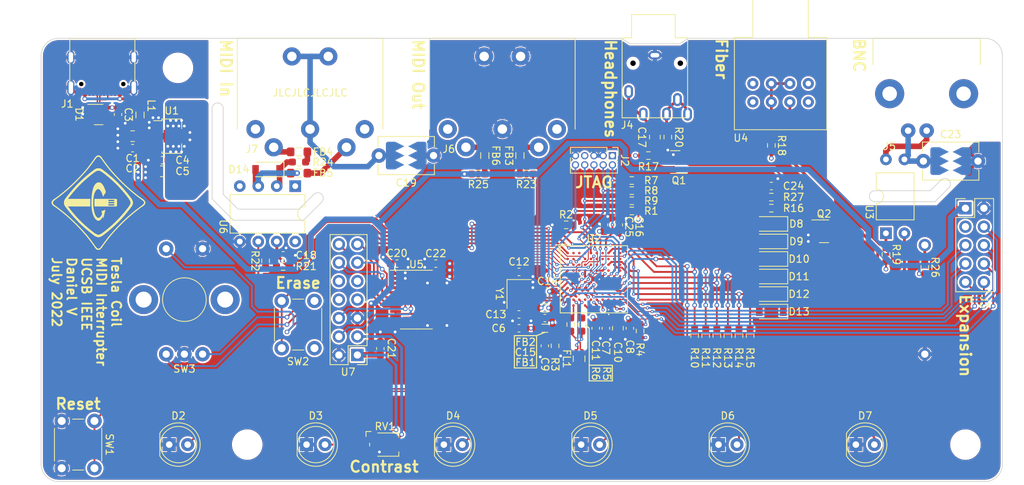
<source format=kicad_pcb>
(kicad_pcb (version 20211014) (generator pcbnew)
  (title_block (title "DRSSTC MIDI Interrupter") (rev "1") (comment 2 "July 2022") (comment 3 "Daniel Van Dalsem") (comment 4 "UCSB IEEE"))
  (layers (0 "F.Cu" signal) (1 "In1.Cu" signal) (2 "In2.Cu" signal) (31 "B.Cu" signal) (34 "B.Paste" user) (35 "F.Paste" user) (36 "B.SilkS" user "B.Silkscreen") (37 "F.SilkS" user "F.Silkscreen") (38 "B.Mask" user) (39 "F.Mask" user) (44 "Edge.Cuts" user))
  (net 0 "")
  (net 1 "+5V")
  (net 2 "GND")
  (net 3 "+3.3V")
  (net 4 "Net-(C10-Pad1)")
  (net 5 "Net-(C9-Pad1)")
  (net 6 "Net-(C12-Pad2)")
  (net 7 "Net-(C13-Pad1)")
  (net 8 "Net-(C14-Pad1)")
  (net 9 "Net-(C15-Pad1)")
  (net 10 "Net-(C17-Pad1)")
  (net 11 "Net-(C17-Pad2)")
  (net 12 "Net-(C19-Pad2)")
  (net 13 "/D+")
  (net 14 "/D-")
  (net 15 "Net-(D2-Pad2)")
  (net 16 "Net-(D3-Pad2)")
  (net 17 "Net-(D4-Pad2)")
  (net 18 "Net-(D5-Pad2)")
  (net 19 "Net-(D6-Pad2)")
  (net 20 "Net-(D7-Pad2)")
  (net 21 "Net-(D10-Pad1)")
  (net 22 "/TIOA0")
  (net 23 "/TIOA1")
  (net 24 "/TIOA2")
  (net 25 "/TIOA3")
  (net 26 "/TIOA4")
  (net 27 "/TIOA5")
  (net 28 "Net-(D14-Pad1)")
  (net 29 "Net-(D14-Pad2)")
  (net 30 "Net-(FB3-Pad1)")
  (net 31 "Net-(FB3-Pad2)")
  (net 32 "Net-(FB4-Pad1)")
  (net 33 "Net-(FB4-Pad2)")
  (net 34 "Net-(FB5-Pad1)")
  (net 35 "Net-(FB6-Pad1)")
  (net 36 "Net-(FB6-Pad2)")
  (net 37 "/DF-")
  (net 38 "/DF+")
  (net 39 "Net-(C23-Pad1)")
  (net 44 "/TMS")
  (net 45 "/TCK")
  (net 46 "/TDO")
  (net 48 "/TDI")
  (net 49 "/RESET")
  (net 50 "/EXP6")
  (net 51 "/EXP0")
  (net 52 "/EXP5")
  (net 53 "/EXP1")
  (net 54 "/EXP4")
  (net 55 "/EXP2")
  (net 56 "/EXP3")
  (net 57 "Net-(J5-Pad1)")
  (net 58 "Net-(J1-PadA4)")
  (net 63 "Net-(Q2-Pad3)")
  (net 64 "Net-(R2-Pad1)")
  (net 65 "Net-(R4-Pad2)")
  (net 66 "Net-(R5-Pad2)")
  (net 67 "Net-(R6-Pad2)")
  (net 68 "Net-(R18-Pad1)")
  (net 69 "Net-(R19-Pad1)")
  (net 70 "Net-(R21-Pad2)")
  (net 71 "/MIDI/MIDI In")
  (net 72 "Net-(R23-Pad1)")
  (net 73 "Net-(R26-Pad1)")
  (net 74 "Net-(RV1-Pad2)")
  (net 75 "/ENC_A")
  (net 76 "/ENC_B")
  (net 77 "/ENC_SW")
  (net 85 "/LCD/E")
  (net 87 "/LCD/RS")
  (net 88 "/MIDI/MIDI Out")
  (net 94 "/LCD/D4")
  (net 95 "/LCD/D6")
  (net 96 "/LCD/D5")
  (net 97 "/LCD/D7")
  (net 113 "/Avg")
  (net 123 "Net-(U5-Pad3)")
  (net 124 "Net-(U5-Pad4)")
  (net 125 "Net-(U5-Pad5)")
  (net 126 "Net-(U5-Pad6)")
  (net 127 "Net-(U5-Pad7)")
  (net 128 "Net-(U5-Pad8)")
  (footprint "Diode_SMD:D_SOD-123" (layer "F.Cu") (at 51.435 38.1 180)
    (fp_text reference "D14")
    (fp_text value "D")
  )
  (footprint "Capacitor_SMD:C_0603_1608Metric_Pad1.08x0.95mm_HandSolder" (layer "F.Cu") (at 32.893 35.179 180)
    (fp_text reference "C2")
    (fp_text value "100n")
  )
  (footprint "Capacitor_SMD:C_0603_1608Metric_Pad1.08x0.95mm_HandSolder" (layer "F.Cu") (at 97.663 45.72 90)
    (fp_text reference "C25")
    (fp_text value "100n")
  )
  (footprint "Inductor_SMD:L_0805_2012Metric_Pad1.05x1.20mm_HandSolder" (layer "F.Cu") (at 86.106 36.195 -90)
    (fp_text reference "FB3")
    (fp_text value "FerriteBead_Small")
  )
  (footprint "Resistor_SMD:R_0603_1608Metric_Pad0.98x0.95mm_HandSolder" (layer "F.Cu") (at 53.5705 51.435 180)
    (fp_text reference "R21")
    (fp_text value "47")
  )
  (footprint "Capacitor_SMD:C_0805_2012Metric_Pad1.18x1.45mm_HandSolder" (layer "F.Cu") (at 36.957 38.354 180)
    (fp_text reference "C5")
    (fp_text value "10µ")
  )
  (footprint "Capacitor_SMD:C_0603_1608Metric_Pad1.08x0.95mm_HandSolder" (layer "F.Cu") (at 85.979 59.944 180)
    (fp_text reference "C6")
    (fp_text value "100n")
  )
  (footprint "Inductor_SMD:L_0805_2012Metric_Pad1.05x1.20mm_HandSolder" (layer "F.Cu") (at 55.753 38.608 180)
    (fp_text reference "FB5")
    (fp_text value "FerriteBead_Small")
  )
  (footprint "Custom_Footprints:SOT25" (layer "F.Cu") (at 28.2205 30.551 90)
    (fp_text reference "D1")
    (fp_text value "D1213")
  )
  (footprint "Custom_Footprints:CUI_DIN_SDS-50J" (layer "F.Cu") (at 57.277 27.559 180)
    (fp_text reference "J7")
    (fp_text value "MIDI In")
  )
  (footprint "Resistor_SMD:R_0603_1608Metric_Pad0.98x0.95mm_HandSolder" (layer "F.Cu") (at 120.65 43.434 180)
    (fp_text reference "R16")
    (fp_text value "1k")
  )
  (footprint "Resistor_SMD:R_0603_1608Metric_Pad0.98x0.95mm_HandSolder" (layer "F.Cu") (at 117.729 60.96 -90)
    (fp_text reference "R15")
    (fp_text value "220")
  )
  (footprint "LED_THT:LED_D5.0mm" (layer "F.Cu") (at 37.918571 75.946)
    (fp_text reference "D2")
    (fp_text value "Voice 1")
  )
  (footprint "Package_SO:TSSOP-24_4.4x7.8mm_P0.65mm" (layer "F.Cu") (at 71.882 56.007)
    (fp_text reference "U5")
    (fp_text value "74LVC4245A")
  )
  (footprint "Resistor_SMD:R_0603_1608Metric_Pad0.98x0.95mm_HandSolder" (layer "F.Cu") (at 101.473 42.418 180)
    (fp_text reference "R9")
    (fp_text value "10k")
  )
  (footprint "Inductor_SMD:L_0805_2012Metric_Pad1.05x1.20mm_HandSolder" (layer "F.Cu") (at 89.535 59.944)
    (fp_text reference "FB1")
    (fp_text value "FerriteBead_Small")
  )
  (footprint "Package_TO_SOT_SMD:SOT-23" (layer "F.Cu") (at 107.442 37.084 180)
    (fp_text reference "Q1")
    (fp_text value "2N7002")
  )
  (footprint "Custom_Footprints:Bourns_Encoder_PEC12R-4130F-S0012" (layer "F.Cu") (at 40.005 56.007)
    (fp_text reference "SW3")
    (fp_text value "Rotary Encoder")
  )
  (footprint "Capacitor_SMD:C_0603_1608Metric_Pad1.08x0.95mm_HandSolder" (layer "F.Cu") (at 69.215 51.054)
    (fp_text reference "C20")
    (fp_text value "100n")
  )
  (footprint "Diode_SMD:D_SOD-123" (layer "F.Cu") (at 120.65 45.593 180)
    (fp_text reference "D8")
    (fp_text value "D")
  )
  (footprint "Capacitor_SMD:C_0603_1608Metric_Pad1.08x0.95mm_HandSolder" (layer "F.Cu") (at 66.929 62.738 90)
    (fp_text reference "C21")
    (fp_text value "100n")
  )
  (footprint "LED_THT:LED_D5.0mm" (layer "F.Cu") (at 113.392857 75.946)
    (fp_text reference "D6")
    (fp_text value "Voice 5")
  )
  (footprint "MountingHole:MountingHole_3.7mm" (layer "F.Cu") (at 48.641 75.946)
    (fp_text reference "REF**" hide)
    (fp_text value "MountingHole_3.7mm")
  )
  (footprint "Resistor_SMD:R_0603_1608Metric_Pad0.98x0.95mm_HandSolder" (layer "F.Cu") (at 120.65 34.798 -90)
    (fp_text reference "R18")
    (fp_text value "47")
  )
  (footprint "Capacitor_SMD:C_0603_1608Metric_Pad1.08x0.95mm_HandSolder" (layer "F.Cu") (at 96.52 59.944 -90)
    (fp_text reference "C11")
    (fp_text value "100n")
  )
  (footprint "Package_TO_SOT_SMD:SOT-23" (layer "F.Cu") (at 127.889 46.609)
    (fp_text reference "Q2")
    (fp_text value "2N7002")
  )
  (footprint "Button_Switch_THT:SW_PUSH_6mm" (layer "F.Cu") (at 23.15 79.196 90)
    (fp_text reference "SW1")
    (fp_text value "Reset")
  )
  (footprint "Capacitor_SMD:C_0603_1608Metric_Pad1.08x0.95mm_HandSolder" (layer "F.Cu") (at 85.981 58.039 180)
    (fp_text reference "C13")
    (fp_text value "10p")
  )
  (footprint "Resistor_SMD:R_0603_1608Metric_Pad0.98x0.95mm_HandSolder" (layer "F.Cu") (at 92.456 45.72 180)
    (fp_text reference "R2")
    (fp_text value "10k")
  )
  (footprint "Diode_SMD:D_SOD-123" (layer "F.Cu") (at 120.65 50.419 180)
    (fp_text reference "D10")
    (fp_text value "D")
  )
  (footprint "Capacitor_THT:C_Disc_D7.5mm_W5.0mm_P7.50mm" (layer "F.Cu") (at 141.538 36.957)
    (fp_text reference "C23")
    (fp_text value "1n")
  )
  (footprint "Resistor_SMD:R_0603_1608Metric_Pad0.98x0.95mm_HandSolder" (layer "F.Cu") (at 103.759 36.195)
    (fp_text reference "R17")
    (fp_text value "2.2k")
  )
  (footprint "Capacitor_SMD:C_0603_1608Metric_Pad1.08x0.95mm_HandSolder" (layer "F.Cu") (at 99.695 45.72 90)
    (fp_text reference "C16")
    (fp_text value "100n")
  )
  (footprint "Capacitor_SMD:C_0603_1608Metric_Pad1.08x0.95mm_HandSolder" (layer "F.Cu") (at 97.917 59.944 -90)
    (fp_text reference "C7")
    (fp_text value "100n")
  )
  (footprint "Capacitor_SMD:C_0603_1608Metric_Pad1.08x0.95mm_HandSolder" (layer "F.Cu") (at 74.549 51.054 180)
    (fp_text reference "C22")
    (fp_text value "100n")
  )
  (footprint "Resistor_SMD:R_0603_1608Metric_Pad0.98x0.95mm_HandSolder" (layer "F.Cu") (at 116.205 60.96 -90)
    (fp_text reference "R14")
    (fp_text value "220")
  )
  (footprint "Custom_Footprints:Broadcom_HFBR-1412PTZ" (layer "F.Cu") (at 121.92 26.289 180)
    (fp_text reference "U4")
    (fp_text value "HFBR-1412PTZ")
  )
  (footprint "Resistor_SMD:R_0603_1608Metric_Pad0.98x0.95mm_HandSolder" (layer "F.Cu") (at 93.091 59.436 90)
    (fp_text reference "R6")
    (fp_text value "39")
  )
  (footprint "LED_THT:LED_D5.0mm" (layer "F.Cu") (at 75.655714 75.946)
    (fp_text reference "D4")
    (fp_text value "Voice 3")
  )
  (footprint "Resistor_SMD:R_0603_1608Metric_Pad0.98x0.95mm_HandSolder" (layer "F.Cu") (at 101.473 39.624 180)
    (fp_text reference "R7")
    (fp_text value "10k")
  )
  (footprint "Package_DIP:DIP-4_W10.16mm" (layer "F.Cu") (at 136.393 46.883 90)
    (fp_text reference "U3")
    (fp_text value "SFH617A-1")
  )
  (footprint "Custom_Footprints:ERM1602" (layer "F.Cu") (at 61.235 56.007)
    (fp_text reference "U7")
    (fp_text value "ERM1602")
  )
  (footprint "Resistor_SMD:R_0603_1608Metric_Pad0.98x0.95mm_HandSolder" (layer "F.Cu") (at 106.426 33.655 90)
    (fp_text reference "R20")
    (fp_text value "10k")
  )
  (footprint "Capacitor_SMD:C_0603_1608Metric_Pad1.08x0.95mm_HandSolder" (layer "F.Cu") (at 120.65 40.386)
    (fp_text reference "C24")
    (fp_text value "100n")
  )
  (footprint "Inductor_SMD:L_0805_2012Metric_Pad1.05x1.20mm_HandSolder" (layer "F.Cu") (at 89.535 57.15)
    (fp_text reference "FB2")
    (fp_text value "FerriteBead_Small")
  )
  (footprint "Resistor_SMD:R_0603_1608Metric_Pad0.98x0.95mm_HandSolder" (layer "F.Cu") (at 114.681 60.96 -90)
    (fp_text reference "R13")
    (fp_text value "220")
  )
  (footprint "Connector_PinHeader_2.54mm:PinHeader_2x05_P2.54mm_Vertical" (layer "F.Cu") (at 147.315 43.439)
    (fp_text reference "J3")
    (fp_text value "Expansion")
  )
  (footprint "MountingHole:MountingHole_3.7mm" (layer "F.Cu") (at 147.32 75.946)
    (fp_text reference "REF**" hide)
    (fp_text value "MountingHole_3.7mm")
  )
  (footprint "Resistor_SMD:R_0603_1608Metric_Pad0.98x0.95mm_HandSolder" (layer "F.Cu") (at 102.616 60.325 90)
    (fp_text reference "R4")
    (fp_text value "10k")
  )
  (footprint "Resistor_SMD:R_0603_1608Metric_Pad0.98x0.95mm_HandSolder" (layer "F.Cu") (at 101.473 43.815 180)
    (fp_text reference "R1")
    (fp_text value "10k")
  )
  (footprint "Diode_SMD:D_SOD-123" (layer "F.Cu") (at 120.65 52.832 180)
    (fp_text reference "D11")
    (fp_text value "D")
  )
  (footprint "Package_BGA:TFBGA-100_9.0x9.0mm_Layout10x10_P0.8mm" (layer "F.Cu") (at 96.266 53.213)
    (fp_text reference "U2")
    (fp_text value "SAM3A4C")
  )
  (footprint "Package_DIP:DIP-8_W7.62mm" (layer "F.Cu") (at 55.235 40.396 -90)
    (fp_text reference "U6")
    (fp_text value "6N137")
  )
  (footprint "Resistor_SMD:R_0603_1608Metric_Pad0.98x0.95mm_HandSolder" (layer "F.Cu") (at 86.995 38.735 180)
    (fp_text reference "R23")
    (fp_text value "220")
  )
  (footprint "Custom_Footprints:Adam_Tech_BNC_RF1-01K-D-00-50-BK-HDW" (layer "F.Cu") (at 141.986 27.686)
    (fp_text reference "J5")
    (fp_text value "BNC Output")
  )
  (footprint "Inductor_SMD:L_0805_2012Metric_Pad1.05x1.20mm_HandSolder" (layer "F.Cu") (at 33.909 30.607 -90)
    (fp_text reference "L1")
    (fp_text value "4.7µ")
  )
  (footprint "Package_TO_SOT_SMD:SOT-89-3" (layer "F.Cu") (at 37.973 33.528)
    (fp_text reference "U1")
    (fp_text value "AZ1117-3.3")
  )
  (footprint "Capacitor_SMD:C_0603_1608Metric_Pad1.08x0.95mm_HandSolder" (layer "F.Cu") (at 101.219 59.944 -90)
    (fp_text reference "C8")
    (fp_text value "100n")
  )
  (footprint "Capacitor_SMD:C_0603_1608Metric_Pad1.08x0.95mm_HandSolder" (layer "F.Cu") (at 53.5705 49.911)
    (fp_text reference "C18")
    (fp_text value "100n")
  )
  (footprint "Resistor_SMD:R_0603_1608Metric_Pad0.98x0.95mm_HandSolder" (layer "F.Cu") (at 120.65 41.91 180)
    (fp_text reference "R27")
    (fp_text value "100k")
  )
  (footprint "Crystal:Crystal_SMD_Abracon_ABM8G-4Pin_3.2x2.5mm" (layer "F.Cu") (at 85.981 55.245 -90)
    (fp_text reference "Y1")
    (fp_text value "12MHz")
  )
  (footprint "Resistor_SMD:R_0603_1608Metric_Pad0.98x0.95mm_HandSolder" (layer "F.Cu") (at 55.753 37.084)
    (fp_text reference "R24")
    (fp_text value "220")
  )
  (footprint "Resistor_SMD:R_0603_1608Metric_Pad0.98x0.95mm_HandSolder" (layer "F.Cu") (at 113.157 60.96 -90)
    (fp_text reference "R12")
    (fp_text value "220")
  )
  (footprint "Capacitor_SMD:C_0805_2012Metric_Pad1.18x1.45mm_HandSolder" (layer "F.Cu") (at 99.568 59.944 -90)
    (fp_text reference "C10")
    (fp_text value "10µ")
  )
  (footprint "Inductor_SMD:L_0805_2012Metric_Pad1.05x1.20mm_HandSolder" (layer "F.Cu") (at 55.753 35.687)
    (fp_text reference "FB4")
    (fp_text value "FerriteBead_Small")
  )
  (footprint "MountingHole:MountingHole_3.7mm" (layer "F.Cu") (at 130.683 36.449)
    (fp_text reference "REF**" hide)
    (fp_text value "MountingHole_3.7mm")
  )
  (footprint "LED_THT:LED_D5.0mm" (layer "F.Cu") (at 56.787143 75.946)
    (fp_text reference "D3")
    (fp_text value "Voice 2")
  )
  (footprint "Custom_Footprints:GCT_USBC_USB4105" (layer "F.Cu") (at 28.7285 22.677 180)
    (fp_text reference "J1")
    (fp_text value "USB C")
  )
  (footprint "Resistor_SMD:R_0603_1608Metric_Pad0.98x0.95mm_HandSolder" (layer "F.Cu") (at 51.1575 50.673 90)
    (fp_text reference "R22")
    (fp_text value "47")
  )
  (footprint "Resistor_SMD:R_0603_1608Metric_Pad0.98x0.95mm_HandSolder" (layer "F.Cu") (at 110.109 60.96 -90)
    (fp_text reference "R10")
    (fp_text value "220")
  )
  (footprint "Capacitor_SMD:C_0603_1608Metric_Pad1.08x0.95mm_HandSolder" (layer "F.Cu") (at 89.535 62.357 -90)
    (fp_text reference "C9")
    (fp_text value "10p")
  )
  (footprint "Capacitor_THT:C_Disc_D7.5mm_W5.0mm_P7.50mm" (layer "F.Cu") (at 74.235 36.195 180)
    (fp_text reference "C19")
    (fp_text value "1n")
  )
  (footprint "Connector_PinHeader_1.27mm:PinHeader_2x05_P1.27mm_Vertical" (layer "F.Cu") (at 98.816 36.205 -90)
    (fp_text reference "J2")
    (fp_text value "JTAG")
  )
  (footprint "Custom_Footprints:Adam_Tech_ASJ-99H-X-HT-TR" (layer "F.Cu") (at 104.648 23.495 -90)
    (fp_text reference "J4")
    (fp_text value "Headphone Output")
  )
  (footprint "Capacitor_SMD:C_0603_1608Metric_Pad1.08x0.95mm_HandSolder" (layer "F.Cu") (at 30.8875 30.551 -90)
    (fp_text reference "C3")
    (fp_text value "100n")
  )
  (footprint "Potentiometer_SMD:Potentiometer_Bourns_TC33X_Vertical" (layer "F.Cu") (at 67.564 75.946)
    (fp_text reference "RV1")
    (fp_text value "Contrast")
  )
  (footprint "Capacitor_SMD:C_0805_2012Metric_Pad1.18x1.45mm_HandSolder" (layer "F.Cu") (at 32.893 33.528 180)
    (fp_text reference "C1")
    (fp_text value "10µ")
  )
  (footprint "Custom_Footprints:CUI_DIN_SDS-50J" (layer "F.Cu") (at 83.693 27.559 180)
    (fp_text reference "J6")
    (fp_text value "MIDI Out")
  )
  (footprint "Resistor_SMD:R_0603_1608Metric_Pad0.98x0.95mm_HandSolder" (layer "F.Cu") (at 94.615 59.436 90)
    (fp_text reference "R5")
    (fp_text value "39")
  )
  (footprint "Capacitor_SMD:C_0805_2012Metric_Pad1.18x1.45mm_HandSolder" (layer "F.Cu") (at 104.648 33.655 90)
    (fp_text reference "C17")
    (fp_text value "10µ")
  )
  (footprint "MountingHole:MountingHole_3.7mm" (layer "F.Cu") (at 39.116 24.13)
    (fp_text reference "REF**" hide)
    (fp_text value "MountingHole_3.7mm")
  )
  (footprint "Resistor_SMD:R_0603_1608Metric_Pad0.98x0.95mm_HandSolder" (layer "F.Cu") (at 90.932 62.357 -90)
    (fp_text reference "R3")
    (fp_text value "6.8k")
  )
  (footprint "LED_THT:LED_D5.0mm" (layer "F.Cu") (at 132.261429 75.946)
    (fp_text reference "D7")
    (fp_text value "Voice 6")
  )
  (footprint "Diode_SMD:D_SOD-123" (layer "F.Cu") (at 120.65 55.245 180)
    (fp_text reference "D12")
    (fp_text value "D")
  )
  (footprint "Resistor_SMD:R_0603_1608Metric_Pad0.98x0.95mm_HandSolder" (layer "F.Cu") (at 141.732 51.562 -90)
    (fp_text reference "R26")
    (fp_text value "220")
  )
  (footprint "Capacitor_SMD:C_0603_1608Metric_Pad1.08x0.95mm_HandSolder" (layer "F.Cu") (at 36.957 36.83 180)
    (fp_text reference "C4")
    (fp_text value "100n")
  )
  (footprint "Capacitor_SMD:C_0603_1608Metric_Pad1.08x0.95mm_HandSolder" (layer "F.Cu") (at 89.916 54.864 180)
    (fp_text reference "C14")
    (fp_text value "100n")
  )
  (footprint "LED_THT:LED_D5.0mm" (layer "F.Cu") (at 94.524286 75.946)
    (fp_text reference "D5")
    (fp_text value "Voice 4")
  )
  (footprint "Button_Switch_THT:SW_PUSH_6mm" (layer "F.Cu") (at 53.376 62.686 90)
    (fp_text reference "SW2")
    (fp_text value "Erase")
  )
  (footprint "Custom_Footprints:Bourns_SRF2012AA" (layer "F.Cu") (at 94.234 64.135 90)
    (fp_text reference "FL1")
    (fp_text value "Filter_EMI_CommonMode")
  )
  (footprint "Resistor_SMD:R_0603_1608Metric_Pad0.98x0.95mm_HandSolder" (layer "F.Cu") (at 80.391 38.735 180)
    (fp_text reference "R25")
    (fp_text value "220")
  )
  (footprint "Capacitor_SMD:C_0603_1608Metric_Pad1.08x0.95mm_HandSolder" (layer "F.Cu") (at 85.981 52.197 180)
    (fp_text reference "C12")
    (fp_text value "10p")
  )
  (footprint "Diode_SMD:D_SOD-123" (layer "F.Cu") (at 120.65 57.658 180)
    (fp_text reference "D13")
    (fp_text value "D")
  )
  (footprint "Resistor_SMD:R_0603_1608Metric_Pad0.98x0.95mm_HandSolder" (layer "F.Cu") (at 111.633 60.96 -90)
    (fp_text reference "R11")
    (fp_text value "220")
  )
  (footprint "Resistor_SMD:R_0603_1608Metric_Pad0.98x0.95mm_HandSolder" (layer "F.Cu") (at 136.398 49.784 -90)
    (fp_text reference "R19")
    (fp_text value "47")
  )
  (footprint "Capacitor_SMD:C_0603_1608Metric_Pad1.08x0.95mm_HandSolder" (layer "F.Cu") (at 89.535 58.547 180)
    (fp_text reference "C15")
    (fp_text value "100n")
  )
  (footprint "Custom_Footprints:UCSB_IEEE_Logo" (layer "F.Cu") (at 28.194 42.672 -90)
    (fp_text reference "REF**" hide)
    (fp_text value "UCSB_IEEE_Logo" hide)
  )
  (footprint "Inductor_SMD:L_0805_2012Metric_Pad1.05x1.20mm_HandSolder" (layer "F.Cu") (at 81.28 36.195 90)
    (fp_text reference "FB6")
    (fp_text value "FerriteBead_Small")
  )
  (footprint "Diode_SMD:D_SOD-123" (layer "F.Cu") (at 120.65 48.006 180)
    (fp_text reference "D9")
    (fp_text value "D")
  )
  (footprint "Resistor_SMD:R_0603_1608Metric_Pad0.98x0.95mm_HandSolder" (layer "F.Cu") (at 101.473 41.021 180)
    (fp_text reference "R8")
    (fp_text value "10k")
  )
  (footprint "Custom_Footprints:Spark_Gap" (layer "B.Cu") (at 145.288 36.957 180)
    (fp_text reference "SG1" hide)
    (fp_text value "SparkGap")
  )
  (footprint "Custom_Footprints:Spark_Gap" (layer "B.Cu") (at 70.485 36.195)
    (fp_text reference "SG2" hide)
    (fp_text value "SparkGap")
  )
  (gr_line (start 98.806 67.183) (end 95.631 67.183) (layer "F.SilkS") (width 0.15))
  (gr_line (start 95.631 67.183) (end 95.631 65.024) (layer "F.SilkS") (width 0.15))
  (gr_line (start 85.344 60.96) (end 88.392 60.96) (layer "F.SilkS") (width 0.15))
  (gr_line (start 95.631 65.024) (end 98.806 65.024) (layer "F.SilkS") (width 0.15))
  (gr_line (start 88.392 60.96) (end 89.535 60.504) (layer "F.SilkS") (width 0.15))
  (gr_line (start 95.631 65.024) (end 95.631 59.944) (layer "F.SilkS") (width 0.15))
  (gr_line (start 85.344 65.405) (end 85.344 60.96) (layer "F.SilkS") (width 0.15))
  (gr_line (start 95.631 59.944) (end 95.25 59.563) (layer "F.SilkS") (width 0.15))
  (gr_line (start 98.806 65.024) (end 98.806 67.183) (layer "F.SilkS") (width 0.15))
  (gr_line (start 88.392 60.96) (end 88.392 65.405) (layer "F.SilkS") (width 0.15))
  (gr_line (start 88.392 65.405) (end 85.344 65.405) (layer "F.SilkS") (width 0.15))
  (gr_line (start 142.494 41.021001) (end 143.95637 39.56237) (layer "Edge.Cuts") (width 0.1))
  (gr_line (start 43.815 42.164) (end 46.736 45.085) (layer "Edge.Cuts") (width 0.1))
  (gr_arc (start 143.95637 39.56237) (mid 145.034 39.56237) (end 145.034 40.64) (layer "Edge.Cuts") (width 0.1))
  (gr_line (start 108.077 20.828) (end 101.219 20.828) (layer "Edge.Cuts") (width 0.1))
  (gr_arc (start 20.32 22.479) (mid 21.026751 20.772751) (end 22.733 20.066) (layer "Edge.Cuts") (width 0.1))
  (gr_line (start 58.86263 42.60663) (end 56.388 45.085) (layer "Edge.Cuts") (width 0.1))
  (gr_arc (start 149.987 20.066) (mid 151.693249 20.772751) (end 152.4 22.479) (layer "Edge.Cuts") (width 0.1))
  (gr_line (start 57.785 41.529) (end 55.753 43.561) (layer "Edge.Cuts") (width 0.1))
  (gr_line (start 109.22 20.066) (end 108.077 20.828) (layer "Edge.Cuts") (width 0.1))
  (gr_line (start 22.733 20.066) (end 100.076 20.066) (layer "Edge.Cuts") (width 0.1))
  (gr_line (start 101.219 20.828) (end 100.076 20.066) (layer "Edge.Cuts") (width 0.1))
  (gr_line (start 134.873999 42.545) (end 143.129 42.545001) (layer "Edge.Cuts") (width 0.1))
  (gr_arc (start 43.815001 29.718) (mid 44.577 28.956001) (end 45.338999 29.718) (layer "Edge.Cuts") (width 0.1))
  (gr_line (start 46.736 45.085) (end 56.388 45.085) (layer "Edge.Cuts") (width 0.1))
  (gr_line (start 149.987 81.026) (end 22.733 81.026) (layer "Edge.Cuts") (width 0.1))
  (gr_arc (start 152.4 78.613) (mid 151.693249 80.319249) (end 149.987 81.026) (layer "Edge.Cuts") (width 0.1))
  (gr_line (start 20.32 22.479) (end 20.32 78.613) (layer "Edge.Cuts") (width 0.1))
  (gr_line (start 45.339 41.529) (end 47.371 43.561) (layer "Edge.Cuts") (width 0.1))
  (gr_line (start 134.873999 41.021002) (end 142.494 41.021001) (layer "Edge.Cuts") (width 0.1))
  (gr_arc (start 22.733 81.026) (mid 21.026751 80.319249) (end 20.32 78.613) (layer "Edge.Cuts") (width 0.1))
  (gr_line (start 109.22 20.066) (end 149.987 20.066) (layer "Edge.Cuts") (width 0.1))
  (gr_line (start 143.129 42.545001) (end 145.034 40.64) (layer "Edge.Cuts") (width 0.1))
  (gr_line (start 43.815 29.718) (end 43.815 42.164) (layer "Edge.Cuts") (width 0.1))
  (gr_line (start 47.371 43.561) (end 55.753 43.561) (layer "Edge.Cuts") (width 0.1))
  (gr_arc (start 134.873999 42.545) (mid 134.112 41.783001) (end 134.873999 41.021002) (layer "Edge.Cuts") (width 0.1))
  (gr_line (start 45.339 29.718) (end 45.339 41.529) (layer "Edge.Cuts") (width 0.1))
  (gr_line (start 152.4 22.479) (end 152.4 78.613) (layer "Edge.Cuts") (width 0.1))
  (gr_arc (start 57.785 41.529) (mid 58.86263 41.529) (end 58.86263 42.60663) (layer "Edge.Cuts") (width 0.1))
  (gr_text "JLCJLCJLCJLC" (at 57.277 27.559) (layer "F.SilkS") (effects (font (size 1 1))))
  (gr_text "MIDI In" (at 45.72 20.066 270) (layer "F.SilkS") (effects (font (size 1.5 1.5) (thickness 0.3)) (justify left)))
  (gr_text "Contrast" (at 67.437 78.994) (layer "F.SilkS") (effects (font (size 1.5 1.5) (thickness 0.3))))
  (gr_text "Expansion" (at 147.32 55.118 270) (layer "F.SilkS") (effects (font (size 1.5 1.5) (thickness 0.3)) (justify left)))
  (gr_text "MIDI Out" (at 72.136 20.066 270) (layer "F.SilkS") (effects (font (size 1.5 1.5) (thickness 0.3)) (justify left)))
  (gr_text "Headphones" (at 98.552 20.066 270) (layer "F.SilkS") (effects (font (size 1.5 1.5) (thickness 0.3)) (justify left)))
  (gr_text "Tesla Coil\nMIDI Interrupter\nUCSB IEEE\nDaniel V\nJuly 2022" (at 26.543 50.038 270) (layer "F.SilkS") (effects (font (size 1.27 1.27) (thickness 0.254)) (justify left)))
  (gr_text "Erase" (at 55.626 53.721) (layer "F.SilkS") (effects (font (size 1.5 1.5) (thickness 0.3))))
  (gr_text "Reset" (at 25.4 70.358) (layer "F.SilkS") (effects (font (size 1.5 1.5) (thickness 0.3))))
  (gr_text "BNC" (at 132.715 19.939 270) (layer "F.SilkS") (effects (font (size 1.5 1.5) (thickness 0.3)) (justify left)))
  (gr_text "JTAG" (at 96.266 39.878) (layer "F.SilkS") (effects (font (size 1.5 1.5) (thickness 0.3))))
  (gr_text "Fiber" (at 113.792 19.939 270) (layer "F.SilkS") (effects (font (size 1.5 1.5) (thickness 0.3)) (justify left)))
  (segment (start 65.659 63.447) (end 65.8125 63.6005) (width 0.762) (layer "F.Cu") (net 1))
  (segment (start 65.8125 63.6005) (end 63.8015 63.6005) (width 0.762) (layer "F.Cu") (net 1))
  (segment (start 65.659 56.515) (end 65.659 63.447) (width 0.762) (layer "F.Cu") (net 1))
  (segment (start 141.732 52.4745) (end 140.9935 52.4745) (width 0.381) (layer "F.Cu") (net 1))
  (segment (start 78.486 38.735) (end 79.4785 38.735) (width 0.762) (layer "F.Cu") (net 1))
  (segment (start 33.655 37.719) (end 33.655 35.2795) (width 0.762) (layer "F.Cu") (net 1))
  (segment (start 67.31 50.165) (end 67.4635 50.165) (width 0.762) (layer "F.Cu") (net 1))
  (segment (start 65.764 74.946) (end 66.796 73.914) (width 0.381) (layer "F.Cu") (net 1))
  (segment (start 33.655 35.2795) (end 33.7555 35.179) (width 0.762) (layer "F.Cu") (net 1))
  (segment (start 140.9935 52.4745) (end 140.97 52.451) (width 0.381) (layer "F.Cu") (net 1))
  (segment (start 67.4635 50.165) (end 68.3525 51.054) (width 0.762) (layer "F.Cu") (net 1))
  (segment (start 65.8125 63.6005) (end 66.929 63.6005) (width 0.762) (layer "F.Cu") (net 1))
  (segment (start 66.796 73.914) (end 69.088 73.914) (width 0.381) (layer "F.Cu") (net 1))
  (segment (start 92.666 56.051) (end 92.075 56.642) (width 0.254) (layer "F.Cu") (net 1))
  (segment (start 63.8015 63.6005) (end 63.775 63.627) (width 0.762) (layer "F.Cu") (net 1))
  (segment (start 92.666 56.013) (end 92.666 56.051) (width 0.254) (layer "F.Cu") (net 1))
  (segment (start 33.655 38.481) (end 33.655 37.719) (width 0.762) (layer "F.Cu") (net 1))
  (segment (start 33.655 39.243) (end 33.655 38.481) (width 0.762) (layer "F.Cu") (net 1))
  (segment (start 68.3525 51.765) (end 68.3525 51.054) (width 0.381) (layer "F.Cu") (net 1))
  (segment (start 69.0195 52.432) (end 68.3525 51.765) (width 0.381) (layer "F.Cu") (net 1))
  (via (at 69.088 73.914) (size 0.635) (drill 0.381) (layers "F.Cu" "B.Cu") (net 1))
  (via (at 140.97 52.451) (size 0.635) (drill 0.381) (layers "F.Cu" "B.Cu") (net 1))
  (via (at 33.655 39.243) (size 0.635) (drill 0.381) (layers "F.Cu" "B.Cu") (net 1))
  (via (at 65.659 56.515) (size 0.635) (drill 0.381) (layers "F.Cu" "B.Cu") (net 1))
  (via (at 92.075 56.642) (size 0.45) (drill 0.2) (layers "F.Cu" "B.Cu") (net 1))
  (via (at 33.655 37.719) (size 0.635) (drill 0.381) (layers "F.Cu" "B.Cu") (net 1))
  (via (at 33.655 38.481) (size 0.635) (drill 0.381) (layers "F.Cu" "B.Cu") (net 1))
  (via (at 78.486 38.735) (size 0.635) (drill 0.381) (layers "F.Cu" "B.Cu") (net 1))
  (via (at 67.31 50.165) (size 0.635) (drill 0.381) (layers "F.Cu" "B.Cu") (net 1))
  (segment (start 145.288 49.022) (end 145.288 44.704) (width 0.762) (layer "B.Cu") (net 1))
  (segment (start 55.372 51.816) (end 57.404 49.784) (width 0.762) (layer "B.Cu") (net 1))
  (segment (start 69.088 65.024) (end 67.691 63.627) (width 0.381) (layer "B.Cu") (net 1))
  (segment (start 89.408 53.721) (end 88.519 52.832) (width 0.254) (layer "B.Cu") (net 1))
  (segment (start 99.822 34.544) (end 100.584 35.306) (width 0.762) (layer "B.Cu") (net 1))
  (segment (start 140.97 52.451) (end 140.97 51.308) (width 0.381) (layer "B.Cu") (net 1))
  (segment (start 90.043 53.721) (end 89.408 53.721) (width 0.254) (layer "B.Cu") (net 1))
  (segment (start 100.584 37.211) (end 101.473 38.1) (width 0.762) (layer "B.Cu") (net 1))
  (segment (start 125.73 38.1) (end 133.985 46.355) (width 0.762) (layer "B.Cu") (net 1))
  (segment (start 67.31 46.482) (end 67.31 50.165) (width 0.762) (layer "B.Cu") (net 1))
  (segment (start 100.584 35.306) (end 100.584 37.211) (width 0.762) (layer "B.Cu") (net 1))
  (segment (start 92.71 34.544) (end 88.519 38.735) (width 0.762) (layer "B.Cu") (net 1))
  (segment (start 67.691 63.627) (end 63.775 63.627) (width 0.381) (layer "B.Cu") (net 1))
  (segment (start 66.548 45.593) (end 66.675 45.593) (width 0.762) (layer "B.Cu") (net 1))
  (segment (start 39.751 42.926) (end 48.641 51.816) (width 0.762) (layer "B.Cu") (net 1))
  (segment (start 66.167 45.339) (end 67.31 46.482) (width 0.762) (layer "B.Cu") (net 1))
  (segment (start 78.486 38.735) (end 88.519 38.735) (width 0.762) (layer "B.Cu") (net 1))
  (segment (start 137.414 51.308) (end 140.97 51.308) (width 0.762) (layer "B.Cu") (net 1))
  (segment (start 146.553 43.439) (end 147.315 43.439) (width 0.762) (layer "B.Cu") (net 1))
  (segment (start 69.088 73.914) (end 69.088 65.024) (width 0.381) (layer "B.Cu") (net 1))
  (segment (start 140.97 51.308) (end 143.002 51.308) (width 0.762) (layer "B.Cu") (net 1))
  (segment (start 92.71 34.544) (end 99.822 34.544) (width 0.762) (layer "B.Cu") (net 1))
  (segment (start 68.453 51.308) (end 67.31 50.165) (width 0.762) (layer "B.Cu") (net 1))
  (segment (start 65.659 56.515) (end 66.167 56.515) (width 0.762) (layer "B.Cu") (net 1))
  (segment (start 133.985 46.355) (end 133.985 47.879) (width 0.762) (layer "B.Cu") (net 1))
  (segment (start 33.655 37.719) (end 33.655 40.005) (width 0.762) (layer "B.Cu") (net 1))
  (segment (start 57.404 46.99) (end 59.436 44.958) (width 0.762) (layer "B.Cu") (net 1))
  (segment (start 92.075 56.642) (end 92.075 55.753) (width 0.254) (layer "B.Cu") (net 1))
  (segment (start 65.786 44.958) (end 66.167 45.339) (width 0.762) (layer "B.Cu") (net 1))
  (segment (start 36.576 42.926) (end 39.751 42.926) (width 0.762) (layer "B.Cu") (net 1))
  (segment (start 143.002 51.308) (end 145.288 49.022) (width 0.762) (layer "B.Cu") (net 1))
  (segment (start 66.675 45.593) (end 73.533 38.735) (width 0.762) (layer "B.Cu") (net 1))
  (segment (start 66.167 56.515) (end 68.453 54.229) (width 0.762) (layer "B.Cu") (net 1))
  (segment (start 101.473 38.1) (end 125.73 38.1) (width 0.762) (layer "B.Cu") (net 1))
  (segment (start 92.075 55.753) (end 90.043 53.721) (width 0.254) (layer "B.Cu") (net 1))
  (segment (start 33.655 40.005) (end 36.576 42.926) (width 0.762) (layer "B.Cu") (net 1))
  (segment (start 88.519 52.832) (end 88.519 38.735) (width 0.254) (layer "B.Cu") (net 1))
  (segment (start 145.288 44.704) (end 146.553 43.439) (width 0.762) (layer "B.Cu") (net 1))
  (segment (start 73.533 38.735) (end 78.486 38.735) (width 0.762) (layer "B.Cu") (net 1))
  (segment (start 133.985 47.879) (end 137.414 51.308) (width 0.762) (layer "B.Cu") (net 1))
  (segment (start 68.453 54.229) (end 68.453 51.308) (width 0.762) (layer "B.Cu") (net 1))
  (segment (start 57.404 49.784) (end 57.404 46.99) (width 0.762) (layer "B.Cu") (net 1))
  (segment (start 59.436 44.958) (end 65.786 44.958) (width 0.762) (layer "B.Cu") (net 1))
  (segment (start 48.641 51.816) (end 55.372 51.816) (width 0.762) (layer "B.Cu") (net 1))
  (segment (start 98.266 57.372) (end 98.298 57.404) (width 0.254) (layer "F.Cu") (net 2))
  (segment (start 25.5285 27.432) (end 24.9835 27.432) (width 0.381) (layer "F.Cu") (net 2))
  (segment (start 32.4735 27.432) (end 33.0485 26.857) (width 0.381) (layer "F.Cu") (net 2))
  (segment (start 93.89923 54.77977) (end 93.466 55.213) (width 0.20574) (layer "F.Cu") (net 2))
  (segment (start 24.9835 27.432) (end 24.4085 26.857) (width 0.381) (layer "F.Cu") (net 2))
  (segment (start 93.466 53.613) (end 93.89923 54.04623) (width 0.20574) (layer "F.Cu") (net 2))
  (segment (start 93.89923 54.04623) (end 93.89923 54.77977) (width 0.20574) (layer "F.Cu") (net 2))
  (segment (start 98.266 56.813) (end 98.266 57.372) (width 0.254) (layer "F.Cu") (net 2))
  (segment (start 31.9285 27.432) (end 32.4735 27.432) (width 0.381) (layer "F.Cu") (net 2))
  (via (at 73.025 51.562) (size 0.635) (drill 0.381) (layers "F.Cu" "B.Cu") (net 2))
  (via (at 106.426 35.433) (size 0.635) (drill 0.381) (layers "F.Cu" "B.Cu") (net 2))
  (via (at 107.188 36.068) (size 0.635) (drill 0.381) (layers "F.Cu" "B.Cu") (net 2))
  (via (at 70.358 53.086) (size 0.635) (drill 0.381) (layers "F.Cu" "B.Cu") (net 2))
  (via (at 100.584 61.468) (size 0.635) (drill 0.381) (layers "F.Cu" "B.Cu") (net 2))
  (via (at 87.63 58.928) (size 0.635) (drill 0.381) (layers "F.Cu" "B.Cu") (net 2))
  (via (at 121.539 39.37) (size 0.635) (drill 0.381) (layers "F.Cu" "B.Cu") (net 2))
  (via (at 53.975 48.895) (size 0.635) (drill 0.381) (layers "F.Cu" "B.Cu") (net 2))
  (via (at 26.035 30.48) (size 0.635) (drill 0.381) (layers "F.Cu" "B.Cu") (net 2))
  (via (at 87.884 54.356) (size 0.635) (drill 0.381) (layers "F.Cu" "B.Cu") (net 2))
  (via (at 70.739 50.419) (size 0.635) (drill 0.381) (layers "F.Cu" "B.Cu") (net 2))
  (via (at 35.687 30.988) (size 0.635) (drill 0.381) (layers "F.Cu" "B.Cu") (net 2))
  (via (at 98.298 58.039) (size 0.45) (drill 0.2) (layers "F.Cu" "B.Cu") (net 2))
  (via (at 97.155 61.341) (size 0.635) (drill 0.381) (layers "F.Cu" "B.Cu") (net 2))
  (via (at 100.711 44.831) (size 0.635) (drill 0.381) (layers "F.Cu" "B.Cu") (net 2))
  (via (at 88.9 63.881) (size 0.635) (drill 0.381) (layers "F.Cu" "B.Cu") (net 2))
  (via (at 30.861 34.29) (size 0.635) (drill 0.381) (layers "F.Cu" "B.Cu") (net 2))
  (via (at 90.551 45.72) (size 0.635) (drill 0.381) (layers "F.Cu" "B.Cu") (net 2))
  (via (at 125.73 48.006) (size 0.635) (drill 0.381) (layers "F.Cu" "B.Cu") (net 2))
  (via (at 34.671 39.243) (size 0.635) (drill 0.381) (layers "F.Cu" "B.Cu") (net 2))
  (via (at 87.884 52.832) (size 0.635) (drill 0.381) (layers "F.Cu" "B.Cu") (net 2))
  (via (at 70.358 52.324) (size 0.635) (drill 0.381) (layers "F.Cu" "B.Cu") (net 2))
  (via (at 73.406 53.721) (size 0.635) (drill 0.381) (layers "F.Cu" "B.Cu") (net 2))
  (via (at 97.028 53.213) (size 0.45) (drill 0.2) (layers "F.Cu" "B.Cu") (net 2))
  (via (at 66.802 76.962) (size 0.635) (drill 0.381) (layers "F.Cu" "B.Cu") (net 2))
  (via (at 35.179 31.623) (size 0.635) (drill 0.381) (layers "F.Cu" "B.Cu") (net 2))
  (via (at 98.552 61.468) (size 0.635) (drill 0.381) (layers "F.Cu" "B.Cu") (net 2))
  (via (at 70.739 51.562) (size 0.635) (drill 0.381) (layers "F.Cu" "B.Cu") (net 2))
  (via (at 30.861 33.401) (size 0.635) (drill 0.381) (layers "F.Cu" "B.Cu") (net 2))
  (via (at 93.853 53.975) (size 0.45) (drill 0.2) (layers "F.Cu" "B.Cu") (net 2))
  (via (at 30.861 35.179) (size 0.635) (drill 0.381) (layers "F.Cu" "B.Cu") (net 2))
  (via (at 91.694 63.754) (size 0.635) (drill 0.381) (layers "F.Cu" "B.Cu") (net 2))
  (via (at 95.377 54.102) (size 0.45) (drill 0.2) (layers "F.Cu" "B.Cu") (net 2))
  (via (at 35.179 32.385) (size 0.635) (drill 0.381) (layers "F.Cu" "B.Cu") (net 2))
  (via (at 97.028 45.593) (size 0.635) (drill 0.381) (layers "F.Cu" "B.Cu") (net 2))
  (via (at 66.929 60.452) (size 0.635) (drill 0.381) (layers "F.Cu" "B.Cu") (net 2))
  (via (at 125.73 47.117) (size 0.635) (drill 0.381) (layers "F.Cu" "B.Cu") (net 2))
  (via (at 85.09 58.928) (size 0.635) (drill 0.381) (layers "F.Cu" "B.Cu") (net 2))
  (via (at 98.171 44.577) (size 0.635) (drill 0.381) (layers "F.Cu" "B.Cu") (net 2))
  (via (at 68.961 60.452) (size 0.635) (drill 0.381) (layers "F.Cu" "B.Cu") (net 2))
  (via (at 31.877 31.75) (size 0.635) (drill 0.381) (layers "F.Cu" "B.Cu") (net 2))
  (via (at 76.073 59.563) (size 0.635) (drill 0.381) (layers "F.Cu" "B.Cu") (net 2))
  (via (at 35.052 36.83) (size 0.635) (drill 0.381) (layers "F.Cu" "B.Cu") (net 2))
  (via (at 87.884 53.594) (size 0.635) (drill 0.381) (layers "F.Cu" "B.Cu") (net 2))
  (via (at 73.025 50.419) (size 0.635) (drill 0.381) (layers "F.Cu" "B.Cu") (net 2))
  (via (at 73.406 59.563) (size 0.635) (drill 0.381) (layers "F.Cu" "B.Cu") (net 2))
  (via (at 55.245 49.911) (size 0.635) (drill 0.381) (layers "F.Cu" "B.Cu") (net 2))
  (via (at 36.449 30.988) (size 0.635) (drill 0.381) (layers "F.Cu" "B.Cu") (net 2))
  (via (at 34.671 37.719) (size 0.635) (drill 0.381) (layers "F.Cu" "B.Cu") (net 2))
  (via (at 83.947 56.388) (size 0.635) (drill 0.381) (layers "F.Cu" "B.Cu") (net 2))
  (via (at 26.035 29.591) (size 0.635) (drill 0.381) (layers "F.Cu" "B.Cu") (net 2))
  (via (at 100.711 45.593) (size 0.635) (drill 0.381) (layers "F.Cu" "B.Cu") (net 2))
  (via (at 30.861 32.512) (size 0.635) (drill 0.381) (layers "F.Cu" "B.Cu") (net 2))
  (via (at 34.671 38.481) (size 0.635) (drill 0.381) (layers "F.Cu" "B.Cu") (net 2))
  (via (at 76.073 53.721) (size 0.635) (drill 0.381) (layers "F.Cu" "B.Cu") (net 2))
  (via (at 98.298 57.404) (size 0.45) (drill 0.2) (layers "F.Cu" "B.Cu") (net 2))
  (segment (start 101.219 58.801) (end 100.965 58.547) (width 0.381) (layer "F.Cu") (net 3))
  (segment (start 120.65 35.7105) (end 120.65 36.576) (width 0.381) (layer "F.Cu") (net 3))
  (segment (start 103.3545 61.2375) (end 103.378 61.214) (width 0.381) (layer "F.Cu") (net 3))
  (segment (start 136.398 50.6965) (end 136.398 51.816) (width 0.254) (layer "F.Cu") (net 3))
  (segment (start 102.8465 36.195) (end 101.981 36.195) (width 0.254) (layer "F.Cu") (net 3))
  (segment (start 97.466 52.813) (end 97.466 52.775) (width 0.254) (layer "F.Cu") (net 3))
  (segment (start 97.466 52.775) (end 97.79 52.451) (width 0.254) (layer "F.Cu") (net 3))
  (segment (start 95.066 55.213) (end 95.479 55.626) (width 0.254) (layer "F.Cu") (net 3))
  (segment (start 96.52 59.0815) (end 96.52 58.801) (width 0.381) (layer "F.Cu") (net 3))
  (segment (start 97.529 53.55) (end 97.529 52.876) (width 0.254) (layer "F.Cu") (net 3))
  (segment (start 87.63 59.944) (end 88.385 59.944) (width 0.381) (layer "F.Cu") (net 3))
  (segment (start 96.52 58.801) (end 96.139 58.42) (width 0.381) (layer "F.Cu") (net 3))
  (segment (start 99.066 56.902) (end 99.441 57.277) (width 0.254) (layer "F.Cu") (net 3))
  (segment (start 29.4205 29.601) (end 30.8 29.601) (width 0.381) (layer "F.Cu") (net 3))
  (segment (start 54.232 51.435) (end 53.4685 50.6715) (width 0.381) (layer "F.Cu") (net 3))
  (segment (start 30.8 29.601) (end 30.8875 29.6885) (width 0.381) (layer "F.Cu") (net 3))
  (segment (start 96.3005 52.4475) (end 97.1005 52.4475) (width 0.127) (layer "F.Cu") (net 3))
  (segment (start 97.466 57.334) (end 97.466 56.813) (width 0.254) (layer "F.Cu") (net 3))
  (segment (start 102.616 61.2375) (end 103.3545 61.2375) (width 0.381) (layer "F.Cu") (net 3))
  (segment (start 99.695 47.117) (end 100.076 47.498) (width 0.381) (layer "F.Cu") (net 3))
  (segment (start 86.8415 59.944) (end 87.63 59.944) (width 0.381) (layer "F.Cu") (net 3))
  (segment (start 101.219 59.0815) (end 101.219 58.801) (width 0.381) (layer "F.Cu") (net 3))
  (segment (start 96.666 56.013) (end 97.0345 56.3815) (width 0.254) (layer "F.Cu") (net 3))
  (segment (start 54.483 51.435) (end 54.232 51.435) (width 0.381) (layer "F.Cu") (net 3))
  (segment (start 97.536 57.404) (end 97.466 57.334) (width 0.254) (layer "F.Cu") (net 3))
  (segment (start 99.441 57.277) (end 100.33 57.277) (width 0.254) (layer "F.Cu") (net 3))
  (segment (start 52.708 48.029) (end 52.695 48.016) (width 0.381) (layer "F.Cu") (net 3))
  (segment (start 97.0345 56.3815) (end 97.466 56.813) (width 0.254) (layer "F.Cu") (net 3))
  (segment (start 102.3855 39.624) (end 102.3855 44.9345) (width 0.254) (layer "F.Cu") (net 3))
  (segment (start 97.466 53.613) (end 97.529 53.55) (width 0.254) (layer "F.Cu") (net 3))
  (segment (start 53.4685 50.6715) (end 52.708 49.911) (width 0.381) (layer "F.Cu") (net 3))
  (segment (start 97.1005 52.4475) (end 97.466 52.813) (width 0.127) (layer "F.Cu") (net 3))
  (segment (start 97.529 52.876) (end 97.466 52.813) (width 0.254) (layer "F.Cu") (net 3))
  (segment (start 102.3855 44.9345) (end 102.362 44.958) (width 0.254) (layer "F.Cu") (net 3))
  (segment (start 99.066 56.813) (end 99.066 56.902) (width 0.254) (layer "F.Cu") (net 3))
  (segment (start 99.695 46.5825) (end 99.695 47.117) (width 0.381) (layer "F.Cu") (net 3))
  (segment (start 95.866 52.013) (end 96.3005 52.4475) (width 0.127) (layer "F.Cu") (net 3))
  (segment (start 95.479 55.626) (end 95.504 55.626) (width 0.254) (layer "F.Cu") (net 3))
  (segment (start 52.708 49.911) (end 52.708 48.029) (width 0.381) (layer "F.Cu") (net 3))
  (via (at 40.005 32.131) (size 0.635) (drill 0.381) (layers "F.Cu" "B.Cu") (net 3))
  (via (at 87.63 59.944) (size 0.635) (drill 0.381) (layers "F.Cu" "B.Cu") (net 3))
  (via (at 37.719 32.131) (size 0.635) (drill 0.381) (layers "F.Cu" "B.Cu") (net 3))
  (via (at 100.33 57.277) (size 0.45) (drill 0.2) (layers "F.Cu" "B.Cu") (net 3))
  (via (at 95.504 55.626) (size 0.45) (drill 0.2) (layers "F.Cu" "B.Cu") (net 3))
  (via (at 97.0345 56.3815) (size 0.45) (drill 0.2) (layers "F.Cu" "B.Cu") (net 3))
  (via (at 76.454 52.832) (size 0.635) (drill 0.381) (layers "F.Cu" "B.Cu") (net 3))
  (via (at 99.441 57.277) (size 0.45) (drill 0.2) (layers "F.Cu" "B.Cu") (net 3))
  (via (at 103.378 61.214) (size 0.45) (drill 0.2) (layers "F.Cu" "B.Cu") (net 3))
  (via (at 76.454 51.943) (size 0.635) (drill 0.381) (layers "F.Cu" "B.Cu") (net 3))
  (via (at 37.719 34.925) (size 0.635) (drill 0.381) (layers "F.Cu" "B.Cu") (net 3))
  (via (at 38.1 35.687) (size 0.635) (drill 0.381) (layers "F.Cu" "B.Cu") (net 3))
  (via (at 136.398 51.816) (size 0.635) (drill 0.381) (layers "F.Cu" "B.Cu") (net 3))
  (via (at 120.65 36.576) (size 0.635) (drill 0.381) (layers "F.Cu" "B.Cu") (net 3))
  (via (at 39.243 34.925) (size 0.635) (drill 0.381) (layers "F.Cu" "B.Cu") (net 3))
  (via (at 40.767 33.02) (size 0.635) (drill 0.381) (layers "F.Cu" "B.Cu") (net 3))
  (via (at 96.139 58.42) (size 0.635) (drill 0.381) (layers "F.Cu" "B.Cu") (net 3))
  (via (at 100.076 47.498) (size 0.635) (drill 0.381) (layers "F.Cu" "B.Cu") (net 3))
  (via (at 100.965 58.547) (size 0.635) (drill 0.381) (layers "F.Cu" "B.Cu") (net 3))
  (via (at 76.454 51.054) (size 0.635) (drill 0.381) (layers "F.Cu" "B.Cu") (net 3))
  (via (at 39.624 35.687) (size 0.635) (drill 0.381) (layers "F.Cu" "B.Cu") (net 3))
  (via (at 53.4685 50.6715) (size 0.635) (drill 0.381) (layers "F.Cu" "B.Cu") (net 3))
  (via (at 102.362 44.958) (size 0.635) (drill 0.381) (layers "F.Cu" "B.Cu") (net 3))
  (via (at 38.862 35.687) (size 0.635) (drill 0.381) (layers "F.Cu" "B.Cu") (net 3))
  (via (at 40.767 34.036) (size 0.635) (drill 0.381) (layers "F.Cu" "B.Cu") (net 3))
  (via (at 38.481 32.131) (size 0.635) (drill 0.381) (layers "F.Cu" "B.Cu") (net 3))
  (via (at 38.1 31.369) (size 0.635) (drill 0.381) (layers "F.Cu" "B.Cu") (net 3))
  (via (at 97.79 52.451) (size 0.45) (drill 0.2) (layers "F.Cu" "B.Cu") (net 3))
  (via (at 40.005 34.925) (size 0.635) (drill 0.381) (layers "F.Cu" "B.Cu") (net 3))
  (via (at 30.089 29.601) (size 0.635) (drill 0.381) (layers "F.Cu" "B.Cu") (net 3))
  (via (at 101.981 36.195) (size 0.635) (drill 0.381) (layers "F.Cu" "B.Cu") (net 3))
  (via (at 38.481 34.925) (size 0.635) (drill 0.381) (layers "F.Cu" "B.Cu") (net 3))
  (via (at 39.243 32.131) (size 0.635) (drill 0.381) (layers "F.Cu" "B.Cu") (net 3))
  (via (at 38.862 31.369) (size 0.635) (drill 0.381) (layers "F.Cu" "B.Cu") (net 3))
  (via (at 97.536 57.404) (size 0.45) (drill 0.2) (layers "F.Cu" "B.Cu") (net 3))
  (via (at 39.624 31.369) (size 0.635) (drill 0.381) (layers "F.Cu" "B.Cu") (net 3))
  (segment (start 96.647 57.404) (end 96.666 57.385) (width 0.254) (layer "F.Cu") (net 4))
  (segment (start 98.092 58.9065) (end 97.917 59.0815) (width 0.381) (layer "F.Cu") (net 4))
  (segment (start 95.066 52.381) (end 95.066 52.013) (width 0.254) (layer "F.Cu") (net 4))
  (segment (start 95.066 56.813) (end 95.657 57.404) (width 0.254) (layer "F.Cu") (net 4))
  (segment (start 90.043 57.15) (end 90.685 57.15) (width 0.381) (layer "F.Cu") (net 4))
  (segment (start 97.028 46.609) (end 97.6365 46.609) (width 0.381) (layer "F.Cu") (net 4))
  (segment (start 96.666 56.813) (end 96.666 56.788) (width 0.254) (layer "F.Cu") (net 4))
  (segment (start 99.568 58.9065) (end 98.092 58.9065) (width 0.381) (layer "F.Cu") (net 4))
  (segment (start 94.996 52.451) (end 94.742 52.451) (width 0.254) (layer "F.Cu") (net 4))
  (segment (start 95.066 52.813) (end 95.066 52.381) (width 0.254) (layer "F.Cu") (net 4))
  (segment (start 96.666 56.813) (end 96.666 57.385) (width 0.254) (layer "F.Cu") (net 4))
  (segment (start 97.917 58.674) (end 97.917 59.0815) (width 0.254) (layer "F.Cu") (net 4))
  (segment (start 95.657 57.404) (end 96.647 57.404) (width 0.254) (layer "F.Cu") (net 4))
  (segment (start 95.066 52.381) (end 94.996 52.451) (width 0.254) (layer "F.Cu") (net 4))
  (segment (start 96.647 57.404) (end 97.917 58.674) (width 0.254) (layer "F.Cu") (net 4))
  (segment (start 96.666 56.788) (end 96.266 56.388) (width 0.254) (layer "F.Cu") (net 4))
  (segment (start 97.466 52.013) (end 97.79 51.689) (width 0.254) (layer "F.Cu") (net 4))
  (segment (start 97.6365 46.609) (end 97.663 46.5825) (width 0.381) (layer "F.Cu") (net 4))
  (segment (start 96.666 52.013) (end 97.466 52.013) (width 0.254) (layer "F.Cu") (net 4))
  (via (at 96.266 56.388) (size 0.45) (drill 0.2) (layers "F.Cu" "B.Cu") (net 4))
  (via (at 97.028 46.609) (size 0.635) (drill 0.381) (layers "F.Cu" "B.Cu") (net 4))
  (via (at 90.043 57.15) (size 0.635) (drill 0.381) (layers "F.Cu" "B.Cu") (net 4))
  (via (at 97.79 51.689) (size 0.45) (drill 0.2) (layers "F.Cu" "B.Cu") (net 4))
  (via (at 94.742 52.451) (size 0.45) (drill 0.2) (layers "F.Cu" "B.Cu") (net 4))
  (segment (start 90.932 61.4445) (end 91.3365 61.4445) (width 0.254) (layer "F.Cu") (net 5))
  (segment (start 89.535 61.4945) (end 90.882 61.4945) (width 0.254) (layer "F.Cu") (net 5))
  (segment (start 90.882 61.4945) (end 90.932 61.4445) (width 0.254) (layer "F.Cu") (net 5))
  (segment (start 91.821 60.96) (end 91.821 57.658) (width 0.254) (layer "F.Cu") (net 5))
  (segment (start 91.821 57.658) (end 92.666 56.813) (width 0.254) (layer "F.Cu") (net 5))
  (segment (start 91.3365 61.4445) (end 91.821 60.96) (width 0.254) (layer "F.Cu") (net 5))
  (segment (start 91.326 55.753) (end 87.9708 55.753) (width 0.254) (layer "F.Cu") (net 6))
  (segment (start 87.9708 55.753) (end 87.4628 55.245) (width 0.254) (layer "F.Cu") (net 6))
  (segment (start 86.106 55.245) (end 85.131 54.27) (width 0.254) (layer "F.Cu") (net 6))
  (segment (start 87.4628 55.245) (end 86.106 55.245) (width 0.254) (layer "F.Cu") (net 6))
  (segment (start 85.131 54.145) (end 85.131 52.2095) (width 0.254) (layer "F.Cu") (net 6))
  (segment (start 92.666 54.413) (end 91.326 55.753) (width 0.254) (layer "F.Cu") (net 6))
  (segment (start 86.831 56.345) (end 86.831 58.0265) (width 0.254) (layer "F.Cu") (net 7))
  (segment (start 91.745 56.134) (end 87.042 56.134) (width 0.254) (layer "F.Cu") (net 7))
  (segment (start 87.042 56.134) (end 86.831 56.345) (width 0.254) (layer "F.Cu") (net 7))
  (segment (start 92.666 55.213) (end 91.745 56.134) (width 0.254) (layer "F.Cu") (net 7))
  (segment (start 91.415 54.864) (end 92.666 53.613) (width 0.254) (layer "F.Cu") (net 8))
  (segment (start 90.17 54.991) (end 90.7785 54.991) (width 0.254) (layer "F.Cu") (net 8))
  (segment (start 90.7785 54.864) (end 91.415 54.864) (width 0.254) (layer "F.Cu") (net 8))
  (segment (start 88.385 57.15) (end 89.027 57.15) (width 0.254) (layer "F.Cu") (net 8))
  (via (at 89.027 57.15) (size 0.635) (drill 0.381) (layers "F.Cu" "B.Cu") (net 8))
  (via (at 90.17 54.864) (size 0.635) (drill 0.381) (layers "F.Cu" "B.Cu") (net 8))
  (segment (start 90.17 56.007) (end 90.17 54.864) (width 0.254) (layer "B.Cu") (net 8))
  (segment (start 89.027 57.15) (end 90.17 56.007) (width 0.254) (layer "B.Cu") (net 8))
  (segment (start 90.551 58.7005) (end 90.3975 58.547) (width 0.381) (layer "F.Cu") (net 9))
  (segment (start 93.142 54.737) (end 93.466 54.413) (width 0.254) (layer "F.Cu") (net 9))
  (segment (start 90.551 59.182) (end 90.551 58.7005) (width 0.381) (layer "F.Cu") (net 9))
  (segment (start 90.685 59.316) (end 90.551 59.182) (width 0.381) (layer "F.Cu") (net 9))
  (segment (start 93.091 54.737) (end 93.142 54.737) (width 0.254) (layer "F.Cu") (net 9))
  (segment (start 90.685 59.944) (end 90.685 59.316) (width 0.381) (layer "F.Cu") (net 9))
  (via (at 93.091 54.737) (size 0.45) (drill 0.2) (layers "F.Cu" "B.Cu") (net 9))
  (via (at 90.551 59.182) (size 0.635) (drill 0.381) (layers "F.Cu" "B.Cu") (net 9))
  (segment (start 104.648 36.1715) (end 104.6715 36.195) (width 0.381) (layer "F.Cu") (net 10))
  (segment (start 104.648 34.6925) (end 104.648 36.1715) (width 0.381) (layer "F.Cu") (net 10))
  (segment (start 105.5605 37.084) (end 106.5045 37.084) (width 0.381) (layer "F.Cu") (net 10))
  (segment (start 104.6715 36.195) (end 105.5605 37.084) (width 0.381) (layer "F.Cu") (net 10))
  (segment (start 104.648 32.6175) (end 106.301 32.6175) (width 0.381) (layer "F.Cu") (net 11))
  (segment (start 104.648 32.6175) (end 101.048 29.0175) (width 0.381) (layer "F.Cu") (net 11))
  (segment (start 101.048 29.0175) (end 101.048 27.395) (width 0.381) (layer "F.Cu") (net 11))
  (segment (start 106.248 32.5645) (end 106.426 32.7425) (width 0.381) (layer "F.Cu") (net 11))
  (segment (start 109.148 29.895) (end 107.748 28.495) (width 0.381) (layer "F.Cu") (net 11))
  (segment (start 106.301 32.6175) (end 106.426 32.7425) (width 0.381) (layer "F.Cu") (net 11))
  (segment (start 106.248 29.995) (end 106.248 30.495) (width 0.381) (layer "F.Cu") (net 11))
  (segment (start 107.748 28.495) (end 106.248 29.995) (width 0.381) (layer "F.Cu") (net 11))
  (segment (start 109.148 30.495) (end 109.148 29.895) (width 0.381) (layer "F.Cu") (net 11))
  (segment (start 106.248 30.495) (end 106.248 32.5645) (width 0.381) (layer "F.Cu") (net 11))
  (segment (start 57.484 22.559) (end 59.777 22.559) (width 0.762) (layer "B.Cu") (net 12))
  (segment (start 60.579 37.719) (end 65.211 37.719) (width 0.762) (layer "B.Cu") (net 12))
  (segment (start 57.277 34.417) (end 60.579 37.719) (width 0.762) (layer "B.Cu") (net 12))
  (segment (start 57.277 32.559) (end 57.277 34.417) (width 0.762) (layer "B.Cu") (net 12))
  (segment (start 57.277 22.766) (end 57.484 22.559) (width 0.762) (layer "B.Cu") (net 12))
  (segment (start 54.777 22.559) (end 57.484 22.559) (width 0.762) (layer "B.Cu") (net 12))
  (segment (start 65.211 37.719) (end 66.735 36.195) (width 0.762) (layer "B.Cu") (net 12))
  (segment (start 57.277 32.559) (end 57.277 22.766) (width 0.762) (layer "B.Cu") (net 12))
  (segment (start 94.659 65.06) (end 94.659 65.622501) (width 0.20574) (layer "F.Cu") (net 13))
  (segment (start 28.05413 62.833414) (end 33.840086 68.61937) (width 0.20574) (layer "F.Cu") (net 13))
  (segment (start 28.7285 26.36) (end 28.2205 26.36) (width 0.20574) (layer "F.Cu") (net 13))
  (segment (start 27.0205 31.501) (end 28.0325 31.501) (width 0.20574) (layer "F.Cu") (net 13))
  (segment (start 28.2205 26.36) (end 27.9785 26.602) (width 0.20574) (layer "F.Cu") (net 13))
  (segment (start 27.9785 26.602) (end 27.9785 27.432) (width 0.20574) (layer "F.Cu") (net 13))
  (segment (start 28.05413 28.01127) (end 28.05413 62.833414) (width 0.20574) (layer "F.Cu") (net 13))
  (segment (start 94.40037 65.881131) (end 94.40037 67.632914) (width 0.20574) (layer "F.Cu") (net 13))
  (segment (start 94.40037 67.632914) (end 93.413914 68.61937) (width 0.20574) (layer "F.Cu") (net 13))
  (segment (start 28.9785 27.432) (end 28.9785 26.61) (width 0.20574) (layer "F.Cu") (net 13))
  (segment (start 93.413914 68.61937) (end 33.840086 68.61937) (width 0.20574) (layer "F.Cu") (net 13))
  (segment (start 94.659 65.622501) (end 94.40037 65.881131) (width 0.20574) (layer "F.Cu") (net 13))
  (segment (start 28.9785 26.61) (end 28.7285 26.36) (width 0.20574) (layer "F.Cu") (net 13))
  (segment (start 94.06763 65.881131) (end 93.809 65.622501) (width 0.20574) (layer "F.Cu") (net 14))
  (segment (start 28.38687 62.695586) (end 33.977914 68.28663) (width 0.20574) (layer "F.Cu") (net 14))
  (segment (start 93.809 65.622501) (end 93.809 65.06) (width 0.20574) (layer "F.Cu") (net 14))
  (segment (start 28.38687 32.48787) (end 28.38687 62.695586) (width 0.20574) (layer "F.Cu") (net 14))
  (segment (start 29.2365 28.519) (end 28.7285 28.519) (width 0.20574) (layer "F.Cu") (net 14))
  (segment (start 93.276086 68.28663) (end 94.06763 67.495086) (width 0.20574) (layer "F.Cu") (net 14))
  (segment (start 29.4785 28.277) (end 29.2365 28.519) (width 0.20574) (layer "F.Cu") (net 14))
  (segment (start 29.4785 27.432) (end 29.4785 28.277) (width 0.20574) (layer "F.Cu") (net 14))
  (segment (start 28.38687 28.01127) (end 28.38687 30.03787) (width 0.20574) (layer "F.Cu") (net 14))
  (segment (start 33.977914 68.28663) (end 93.276086 68.28663) (width 0.20574) (layer "F.Cu") (net 14))
  (segment (start 28.7285 28.519) (end 28.4745 28.519) (width 0.20574) (layer "F.Cu") (net 14))
  (segment (start 28.4085 31.501) (end 29.4205 31.501) (width 0.20574) (layer "F.Cu") (net 14))
  (segment (start 28.68687 30.33787) (end 28.895649 30.33787) (width 0.20574) (layer "F.Cu") (net 14))
  (segment (start 28.895649 30.93787) (end 28.68687 30.93787) (width 0.20574) (layer "F.Cu") (net 14))
  (segment (start 94.06763 67.495086) (end 94.06763 65.881131) (width 0.20574) (layer "F.Cu") (net 14))
  (segment (start 28.38687 31.23787) (end 28.38687 32.48787) (width 0.20574) (layer "F.Cu") (net 14))
  (arc (start 28.68687 30.93787) (mid 28.474738 31.025738) (end 28.38687 31.23787) (width 0.20574) (layer "F.Cu") (net 14))
  (arc (start 29.195649 30.63787) (mid 29.107781 30.850002) (end 28.895649 30.93787) (width 0.20574) (layer "F.Cu") (net 14))
  (arc (start 28.895649 30.33787) (mid 29.107781 30.425738) (end 29.195649 30.63787) (width 0.20574) (layer "F.Cu") (net 14))
  (arc (start 28.38687 30.03787) (mid 28.474738 30.250002) (end 28.68687 30.33787) (width 0.20574) (layer "F.Cu") (net 14))
  (segment (start 72.136 74.93) (end 72.136 77.343) (width 0.254) (layer "F.Cu") (net 15))
  (segment (start 72.136 77.343) (end 70.866 78.613) (width 0.254) (layer "F.Cu") (net 15))
  (segment (start 110.109 61.8725) (end 110.109 70.104) (width 0.254) (layer "F.Cu") (net 15))
  (segment (start 73.914 73.152) (end 72.136 74.93) (width 0.254) (layer "F.Cu") (net 15))
  (segment (start 70.866 78.613) (end 64.389 78.613) (width 0.254) (layer "F.Cu") (net 15))
  (segment (start 107.061 73.152) (end 73.914 73.152) (width 0.254) (layer "F.Cu") (net 15))
  (segment (start 64.389 78.613) (end 57.404 71.628) (width 0.254) (layer "F.Cu") (net 15))
  (segment (start 110.109 70.104) (end 107.061 73.152) (width 0.254) (layer "F.Cu") (net 15))
  (segment (start 44.776571 71.628) (end 40.458571 75.946) (width 0.254) (layer "F.Cu") (net 15))
  (segment (start 57.404 71.628) (end 44.776571 71.628) (width 0.254) (layer "F.Cu") (net 15))
  (segment (start 74.168 73.66) (end 72.771 75.057) (width 0.254) (layer "F.Cu") (net 16))
  (segment (start 64.135 79.121) (end 60.96 75.946) (width 0.254) (layer "F.Cu") (net 16))
  (segment (start 71.12 79.121) (end 64.135 79.121) (width 0.254) (layer "F.Cu") (net 16))
  (segment (start 60.96 75.946) (end 59.327143 75.946) (width 0.254) (layer "F.Cu") (net 16))
  (segment (start 107.315 73.66) (end 74.168 73.66) (width 0.254) (layer "F.Cu") (net 16))
  (segment (start 72.771 77.47) (end 71.12 79.121) (width 0.254) (layer "F.Cu") (net 16))
  (segment (start 111.633 69.342) (end 107.315 73.66) (width 0.254) (layer "F.Cu") (net 16))
  (segment (start 111.633 61.8725) (end 111.633 69.342) (width 0.254) (layer "F.Cu") (net 16))
  (segment (start 72.771 75.057) (end 72.771 77.47) (width 0.254) (layer "F.Cu") (net 16))
  (segment (start 107.569 74.168) (end 79.973714 74.168) (width 0.254) (layer "F.Cu") (net 17))
  (segment (start 113.157 68.58) (end 107.569 74.168) (width 0.254) (layer "F.Cu") (net 17))
  (segment (start 79.973714 74.168) (end 78.195714 75.946) (width 0.254) (layer "F.Cu") (net 17))
  (segment (start 113.157 61.8725) (end 113.157 68.58) (width 0.254) (layer "F.Cu") (net 17))
  (segment (start 114.681 61.8725) (end 114.681 67.818) (width 0.254) (layer "F.Cu") (net 18))
  (segment (start 114.681 67.818) (end 107.823 74.676) (width 0.254) (layer "F.Cu") (net 18))
  (segment (start 97.064286 75.946) (end 98.334286 74.676) (width 0.254) (layer "F.Cu") (net 18))
  (segment (start 98.334286 74.676) (end 107.823 74.676) (width 0.254) (layer "F.Cu") (net 18))
  (segment (start 116.205 61.8725) (end 116.205 75.673857) (width 0.254) (layer "F.Cu") (net 19))
  (segment (start 116.205 75.673857) (end 115.932857 75.946) (width 0.254) (layer "F.Cu") (net 19))
  (segment (start 117.729 67.818) (end 122.936 73.025) (width 0.254) (layer "F.Cu") (net 20))
  (segment (start 132.842 73.025) (end 134.801429 74.984429) (width 0.254) (layer "F.Cu") (net 20))
  (segment (start 122.936 73.025) (end 132.842 73.025) (width 0.254) (layer "F.Cu") (net 20))
  (segment (start 117.729 61.8725) (end 117.729 67.818) (width 0.254) (layer "F.Cu") (net 20))
  (segment (start 134.801429 74.984429) (end 134.801429 75.946) (width 0.254) (layer "F.Cu") (net 20))
  (segment (start 122.555 40.9175) (end 122.555 39.497) (width 0.254) (layer "F.Cu") (net 21))
  (segment (start 126.8855 45.593) (end 122.3 45.593) (width 0.254) (layer "F.Cu") (net 21))
  (segment (start 122.3 45.593) (end 122.3 44.1715) (width 0.254) (layer "F.Cu") (net 21))
  (segment (start 121.5625 43.434) (end 121.5625 41.91) (width 0.254) (layer "F.Cu") (net 21))
  (segment (start 121.5625 41.91) (end 122.555 40.9175) (width 0.254) (layer "F.Cu") (net 21))
  (segment (start 122.3 44.1715) (end 121.5625 43.434) (width 0.254) (layer "F.Cu") (net 21))
  (segment (start 122.3 57.658) (end 122.3 45.593) (width 0.254) (layer "F.Cu") (net 21))
  (segment (start 121.092 38.034) (end 108.3795 38.034) (width 0.254) (layer "F.Cu") (net 21))
  (segment (start 122.555 39.497) (end 121.092 38.034) (width 0.254) (layer "F.Cu") (net 21))
  (segment (start 126.9515 45.659) (end 126.8855 45.593) (width 0.254) (layer "F.Cu") (net 21))
  (segment (start 110.109 60.0475) (end 110.109 56.769) (width 0.254) (layer "F.Cu") (net 22))
  (segment (start 93.466 50.413) (end 93.853 50.8) (width 0.127) (layer "F.Cu") (net 22))
  (segment (start 98.552 48.514) (end 100.838 48.514) (width 0.254) (layer "F.Cu") (net 22))
  (segment (start 114.935 45.593) (end 110.109 50.419) (width 0.254) (layer "F.Cu") (net 22))
  (segment (start 119 45.593) (end 114.935 45.593) (width 0.254) (layer "F.Cu") (net 22))
  (segment (start 100.838 48.514) (end 104.521 52.197) (width 0.254) (layer "F.Cu") (net 22))
  (segment (start 104.521 52.197) (end 110.109 52.197) (width 0.254) (layer "F.Cu") (net 22))
  (segment (start 110.109 50.419) (end 110.109 52.197) (width 0.254) (layer "F.Cu") (net 22))
  (via (at 110.109 56.769) (size 0.635) (drill 0.381) (layers "F.Cu" "B.Cu") (net 22))
  (via (at 93.853 50.8) (size 0.45) (drill 0.2) (layers "F.Cu" "B.Cu") (net 22))
  (via (at 110.109 52.197) (size 0.635) (drill 0.381) (layers "F.Cu" "B.Cu") (net 22))
  (via (at 98.552 48.514) (size 0.45) (drill 0.2) (layers "F.Cu" "B.Cu") (net 22))
  (segment (start 110.109 56.769) (end 110.109 52.197) (width 0.254) (layer "B.Cu") (net 22))
  (segment (start 96.139 48.514) (end 93.853 50.8) (width 0.254) (layer "B.Cu") (net 22))
  (segment (start 98.552 48.514) (end 96.139 48.514) (width 0.254) (layer "B.Cu") (net 22))
  (segment (start 100.3901 54.8039) (end 99.4569 54.8039) (width 0.254) (layer "F.Cu") (net 23))
  (segment (start 111.633 52.197) (end 111.633 51.308) (width 0.254) (layer "F.Cu") (net 23))
  (segment (start 114.935 48.006) (end 119 48.006) (width 0.254) (layer "F.Cu") (net 23))
  (segment (start 111.633 60.0475) (end 111.633 56.769) (width 0.254) (layer "F.Cu") (net 23))
  (segment (start 99.4569 54.8039) (end 99.066 54.413) (width 0.254) (layer "F.Cu") (net 23))
  (segment (start 111.633 54.483) (end 100.711 54.483) (width 0.254) (layer "F.Cu") (net 23))
  (segment (start 111.633 51.308) (end 114.935 48.006) (width 0.254) (layer "F.Cu") (net 23))
  (segment (start 100.711 54.483) (end 100.3901 54.8039) (width 0.254) (layer "F.Cu") (net 23))
  (via (at 111.633 56.769) (size 0.635) (drill 0.381) (layers "F.Cu" "B.Cu") (net 23))
  (via (at 111.633 52.197) (size 0.635) (drill 0.381) (layers "F.Cu" "B.Cu") (net 23))
  (via (at 111.633 54.483) (size 0.635) (drill 0.381) (layers "F.Cu" "B.Cu") (net 23))
  (segment (start 111.633 54.483) (end 111.633 52.197) (width 0.254) (layer "B.Cu") (net 23))
  (segment (start 111.633 56.769) (end 111.633 54.483) (width 0.254) (layer "B.Cu") (net 23))
  (segment (start 101.219 53.721) (end 113.157 53.721) (width 0.254) (layer "F.Cu") (net 24))
  (segment (start 114.935 50.419) (end 119 50.419) (width 0.254) (layer "F.Cu") (net 24))
  (segment (start 113.157 60.0475) (end 113.157 56.769) (width 0.254) (layer "F.Cu") (net 24))
  (segment (start 91.059 53.721) (end 91.059 53.62) (width 0.254) (layer "F.Cu") (net 24))
  (segment (start 91.059 53.62) (end 92.666 52.013) (width 0.254) (layer "F.Cu") (net 24))
  (segment (start 113.157 52.197) (end 114.935 50.419) (width 0.254) (layer "F.Cu") (net 24))
  (via (at 113.157 53.721) (size 0.635) (drill 0.381) (layers "F.Cu" "B.Cu") (net 24))
  (via (at 113.157 56.769) (size 0.635) (drill 0.381) (layers "F.Cu" "B.Cu") (net 24))
  (via (at 91.059 53.721) (size 0.45) (drill 0.2) (layers "F.Cu" "B.Cu") (net 24))
  (via (at 101.219 53.721) (size 0.45) (drill 0.2) (layers "F.Cu" "B.Cu") (net 24))
  (via (at 113.157 52.197) (size 0.635) (drill 0.381) (layers "F.Cu" "B.Cu") (net 24))
  (segment (start 99.815 55.125) (end 101.219 53.721) (width 0.254) (layer "B.Cu") (net 24))
  (segment (start 113.157 56.769) (end 113.157 53.721) (width 0.254) (layer "B.Cu") (net 24))
  (segment (start 91.059 53.721) (end 92.71 55.372) (width 0.254) (layer "B.Cu") (net 24))
  (segment (start 92.71 55.372) (end 93.472 55.372) (width 0.254) (layer "B.Cu") (net 24))
  (segment (start 93.719 55.125) (end 99.815 55.125) (width 0.254) (layer "B.Cu") (net 24))
  (segment (start 93.472 55.372) (end 93.719 55.125) (width 0.254) (layer "B.Cu") (net 24))
  (segment (start 113.157 53.721) (end 113.157 52.197) (width 0.254) (layer "B.Cu") (net 24))
  (segment (start 114.681 60.0475) (end 114.681 56.769) (width 0.254) (layer "F.Cu") (net 25))
  (segment (start 114.681 52.832) (end 114.554 52.959) (width 0.254) (layer "F.Cu") (net 25))
  (segment (start 100.1179 51.6039) (end 99.4569 51.6039) (width 0.254) (layer "F.Cu") (net 25))
  (segment (start 114.554 52.959) (end 101.473 52.959) (width 0.254) (layer "F.Cu") (net 25))
  (segment (start 114.681 52.832) (end 119 52.832) (width 0.254) (layer "F.Cu") (net 25))
  (segment (start 99.4569 51.6039) (end 99.066 51.213) (width 0.254) (layer "F.Cu") (net 25))
  (segment (start 101.473 52.959) (end 100.1179 51.6039) (width 0.254) (layer "F.Cu") (net 25))
  (via (at 114.681 56.769) (size 0.635) (drill 0.381) (layers "F.Cu" "B.Cu") (net 25))
  (via (at 114.681 52.832) (size 0.635) (drill 0.381) (layers "F.Cu" "B.Cu") (net 25))
  (segment (start 114.681 56.769) (end 114.681 52.832) (width 0.254) (layer "B.Cu") (net 25))
  (segment (start 101.727 55.245) (end 116.205 55.245) (width 0.254) (layer "F.Cu") (net 26))
  (segment (start 101.727 50.419) (end 100.33 49.022) (width 0.254) (layer "F.Cu") (net 26))
  (segment (start 116.205 60.0475) (end 116.205 56.769) (width 0.254) (layer "F.Cu") (net 26))
  (segment (start 100.33 49.022) (end 98.857 49.022) (width 0.254) (layer "F.Cu") (net 26))
  (segment (start 101.727 51.562) (end 101.727 50.419) (width 0.254) (layer "F.Cu") (net 26))
  (segment (start 98.857 49.022) (end 98.266 49.613) (width 0.254) (layer "F.Cu") (net 26))
  (segment (start 116.205 55.245) (end 119 55.245) (width 0.254) (layer "F.Cu") (net 26))
  (via (at 101.727 51.562) (size 0.45) (drill 0.2) (layers "F.Cu" "B.Cu") (net 26))
  (via (at 101.727 55.245) (size 0.45) (drill 0.2) (layers "F.Cu" "B.Cu") (net 26))
  (via (at 116.205 55.245) (size 0.635) (drill 0.381) (layers "F.Cu" "B.Cu") (net 26))
  (via (at 116.205 56.769) (size 0.635) (drill 0.381) (layers "F.Cu" "B.Cu") (net 26))
  (segment (start 101.727 51.562) (end 101.727 55.245) (width 0.254) (layer "B.Cu") (net 26))
  (segment (start 116.205 56.769) (end 116.205 55.245) (width 0.254) (layer "B.Cu") (net 26))
  (segment (start 117.729 60.0475) (end 117.729 57.658) (width 0.254) (layer "F.Cu") (net 27))
  (segment (start 102.362 52.07) (end 101.346 52.07) (width 0.254) (layer "F.Cu") (net 27))
  (segment (start 98.6569 50.8221) (end 98.266 51.213) (width 0.254) (layer "F.Cu") (net 27))
  (segment (start 117.729 57.658) (end 119 57.658) (width 0.254) (layer "F.Cu") (net 27))
  (segment (start 117.094 56.007) (end 117.729 56.642) (width 0.254) (layer "F.Cu") (net 27))
  (segment (start 101.346 52.07) (end 100.0981 50.8221) (width 0.254) (layer "F.Cu") (net 27))
  (segment (start 100.0981 50.8221) (end 98.6569 50.8221) (width 0.254) (layer "F.Cu") (net 27))
  (segment (start 117.729 56.642) (end 117.729 57.658) (width 0.254) (layer "F.Cu") (net 27))
  (segment (start 102.362 56.007) (end 117.094 56.007) (width 0.254) (layer "F.Cu") (net 27))
  (via (at 102.362 56.007) (size 0.45) (drill 0.2) (layers "F.Cu" "B.Cu") (net 27))
  (via (at 102.362 52.07) (size 0.45) (drill 0.2) (layers "F.Cu" "B.Cu") (net 27))
  (segment (start 102.362 52.07) (end 102.362 56.007) (width 0.254) (layer "B.Cu") (net 27))
  (segment (start 53.085 40.006) (end 52.695 40.396) (width 0.762) (layer "F.Cu") (net 28))
  (segment (start 54.101 37.084) (end 53.085 38.1) (width 0.762) (layer "F.Cu") (net 28))
  (segment (start 54.8405 37.084) (end 54.101 37.084) (width 0.762) (layer "F.Cu") (net 28))
  (segment (start 53.085 38.1) (end 53.085 40.006) (width 0.762) (layer "F.Cu") (net 28))
  (segment (start 49.785 40.026) (end 50.155 40.396) (width 0.762) (layer "F.Cu") (net 29))
  (segment (start 55.499 38.608) (end 54.603 38.608) (width 0.762) (layer "F.Cu") (net 29))
  (segment (start 49.785 38.1) (end 49.785 40.026) (width 0.762) (layer "F.Cu") (net 29))
  (via (at 55.499 38.608) (size 0.635) (drill 0.381) (layers "F.Cu" "B.Cu") (net 29))
  (segment (start 50.155 40.396) (end 50.155 39.126) (width 0.762) (layer "B.Cu") (net 29))
  (segment (start 50.155 39.126) (end 50.673 38.608) (width 0.762) (layer "B.Cu") (net 29))
  (segment (start 50.673 38.608) (end 55.499 38.608) (width 0.762) (layer "B.Cu") (net 29))
  (segment (start 86.12 35.059) (end 86.106 35.045) (width 0.762) (layer "F.Cu") (net 30))
  (segment (start 88.693 35.059) (end 86.12 35.059) (width 0.762) (layer "F.Cu") (net 30))
  (segment (start 86.106 37.345) (end 86.106 38.7115) (width 0.762) (layer "F.Cu") (net 31))
  (segment (start 86.106 38.7115) (end 86.0825 38.735) (width 0.762) (layer "F.Cu") (net 31))
  (segment (start 52.277 35.059) (end 52.905 35.687) (width 0.762) (layer "F.Cu") (net 32))
  (segment (start 52.905 35.687) (end 54.603 35.687) (width 0.762) (layer "F.Cu") (net 32))
  (segment (start 56.903 36.8465) (end 56.903 35.687) (width 0.762) (layer "F.Cu") (net 33))
  (segment (start 56.6655 37.084) (end 56.903 36.8465) (width 0.762) (layer "F.Cu") (net 33))
  (segment (start 58.728 38.608) (end 62.277 35.059) (width 0.762) (layer "F.Cu") (net 34))
  (segment (start 56.903 38.608) (end 58.728 38.608) (width 0.762) (layer "F.Cu") (net 34))
  (segment (start 81.28 37.345) (end 81.28 38.7115) (width 0.762) (layer "F.Cu") (net 35))
  (segment (start 81.28 38.7115) (end 81.3035 38.735) (width 0.762) (layer "F.Cu") (net 35))
  (segment (start 81.266 35.059) (end 81.28 35.045) (width 0.762) (layer "F.Cu") (net 36))
  (segment (start 78.693 35.059) (end 81.266 35.059) (width 0.762) (layer "F.Cu") (net 36))
  (segment (start 94.266 56.039) (end 94.615 56.388) (width 0.20574) (layer "F.Cu") (net 37))
  (segment (start 94.06763 62.77637) (end 94.06763 62.452388) (width 0.20574) (layer "F.Cu") (net 37))
  (segment (start 93.809 63.21) (end 93.809 63.035) (width 0.20574) (layer "F.Cu") (net 37))
  (segment (start 94.06763 62.452388) (end 93.884 62.268758) (width 0.20574) (layer "F.Cu") (net 37))
  (segment (start 93.809 63.035) (end 94.06763 62.77637) (width 0.20574) (layer "F.Cu") (net 37))
  (segment (start 94.615 60.3485) (end 94.615 61.413977) (width 0.20574) (layer "F.Cu") (net 37))
  (segment (start 94.266 56.013) (end 94.266 56.039) (width 0.20574) (layer "F.Cu") (net 37))
  (segment (start 94.615 61.413977) (end 94.584 61.444977) (width 0.20574) (layer "F.Cu") (net 37))
  (via (at 93.884 62.268758) (size 0.45) (drill 0.2) (layers "F.Cu" "B.Cu") (net 37))
  (via (at 94.584 61.444977) (size 0.45) (drill 0.2) (layers "F.Cu" "B.Cu") (net 37))
  (via (at 94.615 56.388) (size 0.45) (drill 0.2) (layers "F.Cu" "B.Cu") (net 37))
  (segment (start 93.853 62.175977) (end 93.853 62.23) (width 0.20574) (layer "B.Cu") (net 37))
  (segment (start 94.615 56.388) (end 94.40037 56.60263) (width 0.20574) (layer "B.Cu") (net 37))
  (segment (start 94.40037 56.60263) (end 94.40037 61.261347) (width 0.20574) (layer "B.Cu") (net 37))
  (segment (start 94.584 61.444977) (end 93.853 62.175977) (width 0.20574) (layer "B.Cu") (net 37))
  (segment (start 94.40037 61.261347) (end 94.584 61.444977) (width 0.20574) (layer "B.Cu") (net 37))
  (segment (start 94.659 63.035) (end 94.40037 62.77637) (width 0.20574) (layer "F.Cu") (net 38))
  (segment (start 94.40037 62.77637) (end 94.40037 61.961347) (width 0.20574) (layer "F.Cu") (net 38))
  (segment (start 93.091 60.651977) (end 93.884 61.444977) (width 0.20574) (layer "F.Cu") (net 38))
  (segment (start 93.091 60.3485) (end 93.091 60.651977) (width 0.20574) (layer "F.Cu") (net 38))
  (segment (start 93.478 56.013) (end 93.853 56.388) (width 0.20574) (layer "F.Cu") (net 38))
  (segment (start 93.466 56.013) (end 93.478 56.013) (width 0.20574) (layer "F.Cu") (net 38))
  (segment (start 94.40037 61.961347) (end 93.884 61.444977) (width 0.20574) (layer "F.Cu") (net 38))
  (segment (start 94.659 63.21) (end 94.659 63.035) (width 0.20574) (layer "F.Cu") (net 38))
  (via (at 93.853 56.388) (size 0.45) (drill 0.2) (layers "F.Cu" "B.Cu") (net 38))
  (via (at 93.884 61.444977) (size 0.45) (drill 0.2) (layers "F.Cu" "B.Cu") (net 38))
  (segment (start 94.06763 61.261347) (end 93.884 61.444977) (width 0.20574) (layer "B.Cu") (net 38))
  (segment (start 93.853 56.388) (end 94.06763 56.60263) (width 0.20574) (layer "B.Cu") (net 38))
  (segment (start 94.06763 56.60263) (end 94.06763 61.261347) (width 0.20574) (layer "B.Cu") (net 38))
  (segment (start 141.538 36.957) (end 139.167 36.957) (width 0.762) (layer "B.Cu") (net 39))
  (segment (start 139.446 32.766) (end 139.446 36.21) (width 0.762) (layer "B.Cu") (net 39))
  (segment (start 139.167 36.957) (end 138.933 36.723) (width 0.381) (layer "B.Cu") (net 39))
  (segment (start 139.446 36.21) (end 138.933 36.723) (width 0.762) (layer "B.Cu") (net 39))
  (segment (start 100.5605 39.624) (end 98.826 39.624) (width 0.254) (layer "F.Cu") (net 44))
  (segment (start 98.826 39.624) (end 98.816 39.614) (width 0.254) (layer "F.Cu") (net 44))
  (segment (start 97.917 49.022) (end 97.917 47.752) (width 0.254) (layer "F.Cu") (net 44))
  (segment (start 98.816 46.853) (end 98.816 45.71) (width 0.254) (layer "F.Cu") (net 44))
  (segment (start 97.917 47.752) (end 98.816 46.853) (width 0.254) (layer "F.Cu") (net 44))
  (segment (start 94.266 54.413) (end 94.304 54.413) (width 0.127) (layer "F.Cu") (net 44))
  (segment (start 94.304 54.413) (end 94.615 54.102) (width 0.127) (layer "F.Cu") (net 44))
  (via (at 98.816 39.614) (size 0.45) (drill 0.2) (layers "F.Cu" "B.Cu") (net 44))
  (via (at 98.816 45.71) (size 0.45) (drill 0.2) (layers "F.Cu" "B.Cu") (net 44))
  (via (at 97.917 49.022) (size 0.45) (drill 0.2) (layers "F.Cu" "B.Cu") (net 44))
  (via (at 94.615 54.102) (size 0.45) (drill 0.2) (layers "F.Cu" "B.Cu") (net 44))
  (segment (start 95.685219 53.6505) (end 95.9415 53.394219) (width 0.127) (layer "B.Cu") (net 44))
  (segment (start 95.9415 52.918781) (end 97.917 50.943281) (width 0.127) (layer "B.Cu") (net 44))
  (segment (start 95.0665 53.6505) (end 95.685219 53.6505) (width 0.127) (layer "B.Cu") (net 44))
  (segment (start 94.615 54.102) (end 95.0665 53.6505) (width 0.127) (layer "B.Cu") (net 44))
  (segment (start 98.816 45.71) (end 98.816 39.614) (width 0.254) (layer "B.Cu") (net 44))
  (segment (start 98.816 39.614) (end 98.816 37.475) (width 0.254) (layer "B.Cu") (net 44))
  (segment (start 97.917 50.943281) (end 97.917 49.022) (width 0.127) (layer "B.Cu") (net 44))
  (segment (start 95.9415 53.394219) (end 95.9415 52.918781) (width 0.127) (layer "B.Cu") (net 44))
  (segment (start 100.5605 41.021) (end 97.556 41.021) (width 0.254) (layer "F.Cu") (net 45))
  (segment (start 93.599 52.451) (end 93.853 52.197) (width 0.127) (layer "F.Cu") (net 45))
  (segment (start 94.615 51.444507) (end 94.615 50.927) (width 0.127) (layer "F.Cu") (net 45))
  (segment (start 97.556 41.021) (end 97.546 41.031) (width 0.254) (layer "F.Cu") (net 45))
  (segment (start 92.666 52.813) (end 93.028 52.451) (width 0.127) (layer "F.Cu") (net 45))
  (segment (start 94.497507 51.562) (end 94.615 51.444507) (width 0.127) (layer "F.Cu") (net 45))
  (segment (start 93.853 52.197) (end 93.853 51.825993) (width 0.127) (layer "F.Cu") (net 45))
  (segment (start 95.504 48.895) (end 94.234 47.625) (width 0.127) (layer "F.Cu") (net 45))
  (segment (start 93.853 51.825993) (end 94.116993 51.562) (width 0.127) (layer "F.Cu") (net 45))
  (segment (start 93.028 52.451) (end 93.599 52.451) (width 0.127) (layer "F.Cu") (net 45))
  (segment (start 95.1865 50.8) (end 95.504 50.4825) (width 0.127) (layer "F.Cu") (net 45))
  (segment (start 95.504 50.4825) (end 95.504 48.895) (width 0.127) (layer "F.Cu") (net 45))
  (segment (start 94.116993 51.562) (end 94.497507 51.562) (width 0.127) (layer "F.Cu") (net 45))
  (segment (start 94.615 50.927) (end 94.742 50.8) (width 0.127) (layer "F.Cu") (net 45))
  (segment (start 94.742 50.8) (end 95.1865 50.8) (width 0.127) (layer "F.Cu") (net 45))
  (via (at 97.546 41.031) (size 0.45) (drill 0.2) (layers "F.Cu" "B.Cu") (net 45))
  (via (at 94.234 47.625) (size 0.45) (drill 0.2) (layers "F.Cu" "B.Cu") (net 45))
  (segment (start 94.234 47.371) (end 97.546 44.059) (width 0.254) (layer "B.Cu") (net 45))
  (segment (start 94.234 47.625) (end 94.234 47.371) (width 0.254) (layer "B.Cu") (net 45))
  (segment (start 97.546 44.059) (end 97.546 41.031) (width 0.254) (layer "B.Cu") (net 45))
  (segment (start 97.546 41.031) (end 97.546 37.475) (width 0.254) (layer "B.Cu") (net 45))
  (segment (start 94.266 53.562) (end 94.615 53.213) (width 0.127) (layer "F.Cu") (net 46))
  (segment (start 94.615 46.101) (end 96.393 47.879) (width 0.254) (layer "F.Cu") (net 46))
  (segment (start 96.393 47.879) (end 96.393 49.022) (width 0.254) (layer "F.Cu") (net 46))
  (segment (start 94.266 53.613) (end 94.266 53.562) (width 0.127) (layer "F.Cu") (net 46))
  (via (at 94.615 46.101) (size 0.45) (drill 0.2) (layers "F.Cu" "B.Cu") (net 46))
  (via (at 96.393 49.022) (size 0.45) (drill 0.2) (layers "F.Cu" "B.Cu") (net 46))
  (via (at 94.615 53.213) (size 0.45) (drill 0.2) (layers "F.Cu" "B.Cu") (net 46))
  (segment (start 94.615 53.213) (end 94.869 53.213) (width 0.127) (layer "B.Cu") (net 46))
  (segment (start 96.774 49.403) (end 96.393 49.022) (width 0.127) (layer "B.Cu") (net 46))
  (segment (start 96.276 44.44) (end 96.276 37.475) (width 0.254) (layer "B.Cu") (net 46))
  (segment (start 96.774 51.308) (end 96.774 49.403) (width 0.127) (layer "B.Cu") (net 46))
  (segment (start 94.869 53.213) (end 96.774 51.308) (width 0.127) (layer "B.Cu") (net 46))
  (segment (start 94.615 46.101) (end 96.276 44.44) (width 0.254) (layer "B.Cu") (net 46))
  (segment (start 95.006 45.603) (end 95.006 44.948) (width 0.254) (layer "F.Cu") (net 48))
  (segment (start 97.155 47.752) (end 95.006 45.603) (width 0.254) (layer "F.Cu") (net 48))
  (segment (start 95.016 42.418) (end 95.006 42.428) (width 0.254) (layer "F.Cu") (net 48))
  (segment (start 95.066 53.613) (end 95.104 53.613) (width 0.127) (layer "F.Cu") (net 48))
  (segment (start 95.104 53.613) (end 95.504 53.213) (width 0.127) (layer "F.Cu") (net 48))
  (segment (start 97.155 49.022) (end 97.155 47.752) (width 0.254) (layer "F.Cu") (net 48))
  (segment (start 95.016 42.418) (end 100.5605 42.418) (width 0.254) (layer "F.Cu") (net 48))
  (via (at 95.006 44.948) (size 0.45) (drill 0.2) (layers "F.Cu" "B.Cu") (net 48))
  (via (at 95.504 53.213) (size 0.45) (drill 0.2) (layers "F.Cu" "B.Cu") (net 48))
  (via (at 97.155 49.022) (size 0.45) (drill 0.2) (layers "F.Cu" "B.Cu") (net 48))
  (via (at 95.006 42.428) (size 0.45) (drill 0.2) (layers "F.Cu" "B.Cu") (net 48))
  (segment (start 95.006 44.948) (end 95.006 42.428) (width 0.254) (layer "B.Cu") (net 48))
  (segment (start 97.155 51.308) (end 97.155 49.022) (width 0.127) (layer "B.Cu") (net 48))
  (segment (start 95.504 52.959) (end 97.155 51.308) (width 0.127) (layer "B.Cu") (net 48))
  (segment (start 95.504 53.213) (end 95.504 52.959) (width 0.127) (layer "B.Cu") (net 48))
  (segment (start 95.006 42.428) (end 95.006 37.475) (width 0.254) (layer "B.Cu") (net 48))
  (segment (start 100.5605 43.815) (end 101.4095 44.664) (width 0.254) (layer "F.Cu") (net 49))
  (segment (start 100.5605 43.815) (end 93.746 43.815) (width 0.254) (layer "F.Cu") (net 49))
  (segment (start 96.666 55.213) (end 96.3005 54.8475) (width 0.127) (layer "F.Cu") (net 49))
  (segment (start 27.65 72.696) (end 27.65 79.196) (width 0.254) (layer "F.Cu") (net 49))
  (segment (start 93.746 43.815) (end 93.736 43.805) (width 0.254) (layer "F.Cu") (net 49))
  (segment (start 73.66 72.644) (end 71.501 74.803) (width 0.254) (layer "F.Cu") (net 49))
  (segment (start 57.7281 71.12) (end 29.226 71.12) (width 0.254) (layer "F.Cu") (net 49))
  (segment (start 71.501 77.18425) (end 70.58025 78.105) (width 0.254) (layer "F.Cu") (net 49))
  (segment (start 70.58025 78.105) (end 64.7131 78.105) (width 0.254) (layer "F.Cu") (net 49))
  (segment (start 101.4095 44.664) (end 101.4095 47.9425) (width 0.254) (layer "F.Cu") (net 49))
  (segment (start 109.093 70.358) (end 106.807 72.644) (width 0.254) (layer "F.Cu") (net 49))
  (segment (start 104.902 51.435) (end 109.093 51.435) (width 0.254) (layer "F.Cu") (net 49))
  (segment (start 96.666 55.213) (end 96.266 54.813) (width 0.127) (layer "F.Cu") (net 49))
  (segment (start 29.226 71.12) (end 27.65 72.696) (width 0.254) (layer "F.Cu") (net 49))
  (segment (start 71.501 74.803) (end 71.501 77.18425) (width 0.254) (layer "F.Cu") (net 49))
  (segment (start 106.807 72.644) (end 73.66 72.644) (width 0.254) (layer "F.Cu") (net 49))
  (segment (start 96.266 54.813) (end 96.266 53.975) (width 0.127) (layer "F.Cu") (net 49))
  (segment (start 64.7131 78.105) (end 57.7281 71.12) (width 0.254) (layer "F.Cu") (net 49))
  (segment (start 101.4095 47.9425) (end 104.902 51.435) (width 0.254) (layer "F.Cu") (net 49))
  (segment (start 109.093 56.769) (end 109.093 70.358) (width 0.254) (layer "F.Cu") (net 49))
  (via (at 93.736 43.805) (size 0.45) (drill 0.2) (layers "F.Cu" "B.Cu") (net 49))
  (via (at 109.093 56.769) (size 0.635) (drill 0.381) (layers "F.Cu" "B.Cu") (net 49))
  (via (at 96.266 53.975) (size 0.45) (drill 0.2) (layers "F.Cu" "B.Cu") (net 49))
  (via (at 109.093 51.435) (size 0.635) (drill 0.381) (layers "F.Cu" "B.Cu") (net 49))
  (segment (start 109.093 56.769) (end 109.093 51.435) (width 0.254) (layer "B.Cu") (net 49))
  (segment (start 93.726 54.61) (end 95.631 54.61) (width 0.254) (layer "B.Cu") (net 49))
  (segment (start 93.736 43.805) (end 93.736 46.218) (width 0.254) (layer "B.Cu") (net 49))
  (segment (start 95.631 54.61) (end 96.266 53.975) (width 0.254) (layer "B.Cu") (net 49))
  (segment (start 90.551 49.403) (end 90.551 52.832) (width 0.254) (layer "B.Cu") (net 49))
  (segment (start 90.932 53.213) (end 92.329 53.213) (width 0.254) (layer "B.Cu") (net 49))
  (segment (start 90.551 52.832) (end 90.932 53.213) (width 0.254) (layer "B.Cu") (net 49))
  (segment (start 93.736 43.805) (end 93.736 37.475) (width 0.254) (layer "B.Cu") (net 49))
  (segment (start 92.329 53.213) (end 93.726 54.61) (width 0.254) (layer "B.Cu") (net 49))
  (segment (start 93.736 46.218) (end 90.551 49.403) (width 0.254) (layer "B.Cu") (net 49))
  (segment (start 98.679 55.626) (end 98.266 55.213) (width 0.127) (layer "F.Cu") (net 50))
  (segment (start 100.838 55.626) (end 98.679 55.626) (width 0.127) (layer "F.Cu") (net 50))
  (segment (start 102.362 57.15) (end 100.838 55.626) (width 0.127) (layer "F.Cu") (net 50))
  (segment (start 103.632 57.15) (end 102.362 57.15) (width 0.127) (layer "F.Cu") (net 50))
  (via (at 103.632 57.15) (size 0.45) (drill 0.2) (layers "F.Cu" "B.Cu") (net 50))
  (segment (start 106.299 57.15) (end 108.204 59.055) (width 0.254) (layer "B.Cu") (net 50))
  (segment (start 150.241 56.261) (end 151.638 54.864) (width 0.254) (layer "B.Cu") (net 50))
  (segment (start 108.204 59.055) (end 144.526 59.055) (width 0.254) (layer "B.Cu") (net 50))
  (segment (start 151.638 54.864) (end 151.638 47.762) (width 0.254) (layer "B.Cu") (net 50))
  (segment (start 103.632 57.15) (end 106.299 57.15) (width 0.254) (layer "B.Cu") (net 50))
  (segment (start 144.526 59.055) (end 147.32 56.261) (width 0.254) (layer "B.Cu") (net 50))
  (segment (start 151.638 47.762) (end 149.855 45.979) (width 0.254) (layer "B.Cu") (net 50))
  (segment (start 147.32 56.261) (end 150.241 56.261) (width 0.254) (layer "B.Cu") (net 50))
  (segment (start 95.066 51.213) (end 95.218 51.213) (width 0.127) (layer "F.Cu") (net 51))
  (segment (start 95.218 51.213) (end 95.631 50.8) (width 0.127) (layer "F.Cu") (net 51))
  (segment (start 97.028 50.673) (end 97.028 50.165) (width 0.127) (layer "F.Cu") (net 51))
  (segment (start 97.028 50.165) (end 97.155 50.038) (width 0.127) (layer "F.Cu") (net 51))
  (segment (start 95.631 50.8) (end 96.901 50.8) (width 0.127) (layer "F.Cu") (net 51))
  (segment (start 97.155 50.038) (end 100.457 50.038) (width 0.127) (layer "F.Cu") (net 51))
  (segment (start 96.901 50.8) (end 97.028 50.673) (width 0.127) (layer "F.Cu") (net 51))
  (via (at 100.457 50.038) (size 0.45) (drill 0.2) (layers "F.Cu" "B.Cu") (net 51))
  (segment (start 101.219 49.276) (end 105.664 49.276) (width 0.254) (layer "B.Cu") (net 51))
  (segment (start 144.907 56.67375) (end 144.907 50.927) (width 0.254) (layer "B.Cu") (net 51))
  (segment (start 108.966 57.531) (end 144.04975 57.531) (width 0.254) (layer "B.Cu") (net 51))
  (segment (start 144.907 50.927) (end 147.315 48.519) (width 0.254) (layer "B.Cu") (net 51))
  (segment (start 107.569 56.134) (end 108.966 57.531) (width 0.254) (layer "B.Cu") (net 51))
  (segment (start 105.664 49.276) (end 107.569 51.181) (width 0.254) (layer "B.Cu") (net 51))
  (segment (start 107.569 51.181) (end 107.569 56.134) (width 0.254) (layer "B.Cu") (net 51))
  (segment (start 100.457 50.038) (end 101.219 49.276) (width 0.254) (layer "B.Cu") (net 51))
  (segment (start 144.04975 57.531) (end 144.907 56.67375) (width 0.254) (layer "B.Cu") (net 51))
  (segment (start 100.933 55.213) (end 99.866 55.213) (width 0.127) (layer "F.Cu") (net 52))
  (segment (start 102.362 56.642) (end 100.933 55.213) (width 0.127) (layer "F.Cu") (net 52))
  (segment (start 102.997 56.642) (end 102.362 56.642) (width 0.127) (layer "F.Cu") (net 52))
  (via (at 102.997 56.642) (size 0.45) (drill 0.2) (layers "F.Cu" "B.Cu") (net 52))
  (segment (start 144.399 58.547) (end 147.193 55.753) (width 0.254) (layer "B.Cu") (net 52))
  (segment (start 151.13 49.794) (end 149.855 48.519) (width 0.254) (layer "B.Cu") (net 52))
  (segment (start 149.987 55.753) (end 151.13 54.61) (width 0.254) (layer "B.Cu") (net 52))
  (segment (start 151.13 54.61) (end 151.13 49.794) (width 0.254) (layer "B.Cu") (net 52))
  (segment (start 108.458 58.547) (end 144.399 58.547) (width 0.254) (layer "B.Cu") (net 52))
  (segment (start 106.553 56.642) (end 108.458 58.547) (width 0.254) (layer "B.Cu") (net 52))
  (segment (start 102.997 56.642) (end 106.553 56.642) (width 0.254) (layer "B.Cu") (net 52))
  (segment (start 147.193 55.753) (end 149.987 55.753) (width 0.254) (layer "B.Cu") (net 52))
  (segment (start 96.666 54.413) (end 96.9934 54.0856) (width 0.127) (layer "F.Cu") (net 53))
  (segment (start 97.917 53.9115) (end 97.917 53.34) (width 0.127) (layer "F.Cu") (net 53))
  (segment (start 96.9934 54.0856) (end 97.7429 54.0856) (width 0.127) (layer "F.Cu") (net 53))
  (segment (start 100.076 53.213) (end 100.457 52.832) (width 0.127) (layer "F.Cu") (net 53))
  (segment (start 97.917 53.34) (end 98.044 53.213) (width 0.127) (layer "F.Cu") (net 53))
  (segment (start 98.044 53.213) (end 100.076 53.213) (width 0.127) (layer "F.Cu") (net 53))
  (segment (start 97.7429 54.0856) (end 97.917 53.9115) (width 0.127) (layer "F.Cu") (net 53))
  (via (at 100.457 52.832) (size 0.45) (drill 0.2) (layers "F.Cu" "B.Cu") (net 53))
  (segment (start 107.061 51.435) (end 107.061 56.388) (width 0.254) (layer "B.Cu") (net 53))
  (segment (start 100.457 52.832) (end 100.584 52.705) (width 0.254) (layer "B.Cu") (net 53))
  (segment (start 101.6 49.784) (end 105.41 49.784) (width 0.254) (layer "B.Cu") (net 53))
  (segment (start 105.41 49.784) (end 107.061 51.435) (width 0.254) (layer "B.Cu") (net 53))
  (segment (start 108.712 58.039) (end 144.272 58.039) (width 0.254) (layer "B.Cu") (net 53))
  (segment (start 100.584 52.705) (end 100.584 50.8) (width 0.254) (layer "B.Cu") (net 53))
  (segment (start 107.061 56.388) (end 108.712 58.039) (width 0.254) (layer "B.Cu") (net 53))
  (segment (start 100.584 50.8) (end 101.6 49.784) (width 0.254) (layer "B.Cu") (net 53))
  (segment (start 144.272 58.039) (end 145.415 56.896) (width 0.254) (layer "B.Cu") (net 53))
  (segment (start 145.415 56.896) (end 145.415 52.959) (width 0.254) (layer "B.Cu") (net 53))
  (segment (start 145.415 52.959) (end 147.315 51.059) (width 0.254) (layer "B.Cu") (net 53))
  (segment (start 97.841 56.388) (end 97.466 56.013) (width 0.127) (layer "F.Cu") (net 54))
  (segment (start 98.679 56.762986) (end 98.304014 56.388) (width 0.127) (layer "F.Cu") (net 54))
  (segment (start 101.6 57.912) (end 99.187 57.912) (width 0.127) (layer "F.Cu") (net 54))
  (segment (start 98.679 57.404) (end 98.679 56.762986) (width 0.127) (layer "F.Cu") (net 54))
  (segment (start 99.187 57.912) (end 98.679 57.404) (width 0.127) (layer "F.Cu") (net 54))
  (segment (start 151.13 56.896) (end 151.13 52.334) (width 0.254) (layer "F.Cu") (net 54))
  (segment (start 151.13 52.334) (end 149.855 51.059) (width 0.254) (layer "F.Cu") (net 54))
  (segment (start 98.304014 56.388) (end 97.841 56.388) (width 0.127) (layer "F.Cu") (net 54))
  (segment (start 105.537 58.674) (end 102.362 58.674) (width 0.127) (layer "F.Cu") (net 54))
  (segment (start 102.362 58.674) (end 101.6 57.912) (width 0.127) (layer "F.Cu") (net 54))
  (via (at 151.13 56.896) (size 0.635) (drill 0.381) (layers "F.Cu" "B.Cu") (net 54))
  (via (at 105.537 58.674) (size 0.45) (drill 0.2) (layers "F.Cu" "B.Cu") (net 54))
  (segment (start 147.447 60.579) (end 107.442 60.579) (width 0.254) (layer "B.Cu") (net 54))
  (segment (start 107.442 60.579) (end 105.537 58.674) (width 0.254) (layer "B.Cu") (net 54))
  (segment (start 151.13 56.896) (end 147.447 60.579) (width 0.254) (layer "B.Cu") (net 54))
  (segment (start 102.362 57.658) (end 100.717 56.013) (width 0.127) (layer "F.Cu") (net 55))
  (segment (start 148.59 56.896) (end 148.59 54.874) (width 0.254) (layer "F.Cu") (net 55))
  (segment (start 104.267 57.658) (end 102.362 57.658) (width 0.127) (layer "F.Cu") (net 55))
  (segment (start 148.59 54.874) (end 147.315 53.599) (width 0.254) (layer "F.Cu") (net 55))
  (segment (start 100.717 56.013) (end 99.866 56.013) (width 0.127) (layer "F.Cu") (net 55))
  (via (at 104.267 57.658) (size 0.45) (drill 0.2) (layers "F.Cu" "B.Cu") (net 55))
  (via (at 148.59 56.896) (size 0.635) (drill 0.381) (layers "F.Cu" "B.Cu") (net 55))
  (segment (start 145.923 59.563) (end 107.95 59.563) (width 0.254) (layer "B.Cu") (net 55))
  (segment (start 106.045 57.658) (end 104.267 57.658) (width 0.254) (layer "B.Cu") (net 55))
  (segment (start 107.95 59.563) (end 106.045 57.658) (width 0.254) (layer "B.Cu") (net 55))
  (segment (start 148.59 56.896) (end 145.923 59.563) (width 0.254) (layer "B.Cu") (net 55))
  (segment (start 104.902 58.166) (end 102.362 58.166) (width 0.127) (layer "F.Cu") (net 56))
  (segment (start 102.362 58.166) (end 100.584 56.388) (width 0.127) (layer "F.Cu") (net 56))
  (segment (start 149.855 56.891) (end 149.855 53.599) (width 0.254) (layer "F.Cu") (net 56))
  (segment (start 149.86 56.896) (end 149.855 56.891) (width 0.254) (layer "F.Cu") (net 56))
  (segment (start 100.584 56.388) (end 98.641 56.388) (width 0.127) (layer "F.Cu") (net 56))
  (segment (start 98.641 56.388) (end 98.266 56.013) (width 0.127) (layer "F.Cu") (net 56))
  (via (at 104.902 58.166) (size 0.45) (drill 0.2) (layers "F.Cu" "B.Cu") (net 56))
  (via (at 149.86 56.896) (size 0.635) (drill 0.381) (layers "F.Cu" "B.Cu") (net 56))
  (segment (start 146.685 60.071) (end 107.696 60.071) (width 0.254) (layer "B.Cu") (net 56))
  (segment (start 107.696 60.071) (end 105.791 58.166) (width 0.254) (layer "B.Cu") (net 56))
  (segment (start 149.86 56.896) (end 146.685 60.071) (width 0.254) (layer "B.Cu") (net 56))
  (segment (start 105.791 58.166) (end 104.902 58.166) (width 0.254) (layer "B.Cu") (net 56))
  (segment (start 141.097 34.925) (end 141.986 34.036) (width 0.762) (layer "F.Cu") (net 57))
  (segment (start 136.393 36.723) (end 136.393 35.565) (width 0.762) (layer "F.Cu") (net 57))
  (segment (start 136.393 35.565) (end 137.033 34.925) (width 0.762) (layer "F.Cu") (net 57))
  (segment (start 141.986 34.036) (end 141.986 32.766) (width 0.762) (layer "F.Cu") (net 57))
  (segment (start 137.033 34.925) (end 141.097 34.925) (width 0.762) (layer "F.Cu") (net 57))
  (segment (start 31.1415 28.392) (end 32.844 28.392) (width 0.381) (layer "F.Cu") (net 58))
  (segment (start 32.844 28.392) (end 33.909 29.457) (width 0.381) (layer "F.Cu") (net 58))
  (segment (start 26.3285 27.432) (end 26.3285 28.379) (width 0.381) (layer "F.Cu") (net 58))
  (segment (start 31.1415 27.445) (end 31.1285 27.432) (width 0.381) (layer "F.Cu") (net 58))
  (segment (start 26.3285 28.379) (end 26.3155 28.392) (width 0.381) (layer "F.Cu") (net 58))
  (segment (start 31.1415 28.392) (end 31.1415 27.445) (width 0.381) (layer "F.Cu") (net 58))
  (via (at 26.3155 28.392) (size 0.635) (drill 0.381) (layers "F.Cu" "B.Cu") (net 58))
  (via (at 31.1415 28.392) (size 0.635) (drill 0.381) (layers "F.Cu" "B.Cu") (net 58))
  (segment (start 26.3155 28.392) (end 31.1415 28.392) (width 0.381) (layer "B.Cu") (net 58))
  (segment (start 138.933 51.948) (end 138.176 52.705) (width 0.381) (layer "F.Cu") (net 63))
  (segment (start 138.176 52.705) (end 136.017 52.705) (width 0.381) (layer "F.Cu") (net 63))
  (segment (start 135.255 51.943) (end 135.255 49.022) (width 0.381) (layer "F.Cu") (net 63))
  (segment (start 123.19 28.829) (end 123.19 36.703) (width 0.381) (layer "F.Cu") (net 63))
  (segment (start 132.842 46.609) (end 128.8265 46.609) (width 0.381) (layer "F.Cu") (net 63))
  (segment (start 138.933 46.883) (end 138.933 51.948) (width 0.381) (layer "F.Cu") (net 63))
  (segment (start 136.017 52.705) (end 135.255 51.943) (width 0.381) (layer "F.Cu") (net 63))
  (segment (start 123.19 36.703) (end 128.8265 42.3395) (width 0.381) (layer "F.Cu") (net 63))
  (segment (start 135.255 49.022) (end 132.842 46.609) (width 0.381) (layer "F.Cu") (net 63))
  (segment (start 128.8265 42.3395) (end 128.8265 46.609) (width 0.381) (layer "F.Cu") (net 63))
  (segment (start 93.345 46.736) (end 94.615 46.736) (width 0.254) (layer "F.Cu") (net 64))
  (segment (start 53.376 56.186) (end 57.404 52.158) (width 0.254) (layer "F.Cu") (net 64))
  (segment (start 57.404 52.158) (end 57.404 47.498) (width 0.254) (layer "F.Cu") (net 64))
  (segment (start 59.563 45.339) (end 66.04 45.339) (width 0.254) (layer "F.Cu") (net 64))
  (segment (start 93.091 46.736) (end 93.345 46.736) (width 0.254) (layer "F.Cu") (net 64))
  (segment (start 95.841 47.962) (end 95.841 49.613) (width 0.254) (layer "F.Cu") (net 64))
  (segment (start 53.376 56.186) (end 53.376 62.686) (width 0.254) (layer "F.Cu") (net 64))
  (segment (start 57.404 47.498) (end 59.563 45.339) (width 0.254) (layer "F.Cu") (net 64))
  (segment (start 66.04 45.339) (end 67.437 46.736) (width 0.254) (layer "F.Cu") (net 64))
  (segment (start 94.615 46.736) (end 95.841 47.962) (width 0.254) (layer "F.Cu") (net 64))
  (segment (start 67.437 46.736) (end 92.837 46.736) (width 0.254) (layer "F.Cu") (net 64))
  (segment (start 93.3685 46.7125) (end 93.345 46.736) (width 0.254) (layer "F.Cu") (net 64))
  (segment (start 92.837 46.736) (end 93.091 46.736) (width 0.254) (layer "F.Cu") (net 64))
  (segment (start 93.3685 45.72) (end 93.3685 46.7125) (width 0.254) (layer "F.Cu") (net 64))
  (segment (start 95.841 49.613) (end 95.866 49.613) (width 0.127) (layer "F.Cu") (net 64))
  (segment (start 102.6395 59.436) (end 102.616 59.4125) (width 0.254) (layer "F.Cu") (net 65))
  (segment (start 95.866 55.226) (end 96.266 55.626) (width 0.254) (layer "F.Cu") (net 65))
  (segment (start 95.866 55.213) (end 95.866 55.226) (width 0.254) (layer "F.Cu") (net 65))
  (segment (start 103.378 59.436) (end 102.6395 59.436) (width 0.254) (layer "F.Cu") (net 65))
  (via (at 96.266 55.626) (size 0.45) (drill 0.2) (layers "F.Cu" "B.Cu") (net 65))
  (via (at 103.378 59.436) (size 0.45) (drill 0.2) (layers "F.Cu" "B.Cu") (net 65))
  (segment (start 100.076 55.626) (end 103.378 58.928) (width 0.254) (layer "B.Cu") (net 65))
  (segment (start 96.266 55.626) (end 100.076 55.626) (width 0.254) (layer "B.Cu") (net 65))
  (segment (start 103.378 58.928) (end 103.378 59.436) (width 0.254) (layer "B.Cu") (net 65))
  (segment (start 94.266 58.1745) (end 94.266 56.813) (width 0.20574) (layer "F.Cu") (net 66))
  (segment (start 94.615 58.5235) (end 94.266 58.1745) (width 0.20574) (layer "F.Cu") (net 66))
  (segment (start 93.091 58.5235) (end 93.466 58.1485) (width 0.20574) (layer "F.Cu") (net 67))
  (segment (start 93.466 58.1485) (end 93.466 56.813) (width 0.20574) (layer "F.Cu") (net 67))
  (segment (start 120.65 26.289) (end 120.65 33.8855) (width 0.381) (layer "F.Cu") (net 68))
  (segment (start 123.19 26.289) (end 120.65 26.289) (width 0.381) (layer "F.Cu") (net 68))
  (segment (start 136.393 46.883) (end 136.393 48.8665) (width 0.381) (layer "F.Cu") (net 69))
  (segment (start 136.393 48.8665) (end 136.398 48.8715) (width 0.254) (layer "F.Cu") (net 69))
  (segment (start 51.1575 51.5855) (end 52.5075 51.5855) (width 0.381) (layer "F.Cu") (net 70))
  (segment (start 52.5075 51.5855) (end 52.658 51.435) (width 0.381) (layer "F.Cu") (net 70))
  (segment (start 51.181 53.467) (end 50.155 52.441) (width 0.254) (layer "F.Cu") (net 71))
  (segment (start 90.043 52.705) (end 90.043 53.458859) (width 0.127) (layer "F.Cu") (net 71))
  (segment (start 90.043 53.458859) (end 90.742641 54.1585) (width 0.127) (layer "F.Cu") (net 71))
  (segment (start 51.1575 49.7605) (end 51.144 49.774) (width 0.254) (layer "F.Cu") (net 71))
  (segment (start 66.294 44.831) (end 59.309 44.831) (width 0.254) (layer "F.Cu") (net 71))
  (segment (start 90.742641 54.1585) (end 91.3835 54.1585) (width 0.127) (layer "F.Cu") (net 71))
  (segment (start 67.691 46.228) (end 66.294 44.831) (width 0.254) (layer "F.Cu") (net 71))
  (segment (start 59.309 44.831) (end 56.896 47.244) (width 0.254) (layer "F.Cu") (net 71))
  (segment (start 91.3835 54.1585) (end 92.329 53.213) (width 0.127) (layer "F.Cu") (net 71))
  (segment (start 51.144 49.774) (end 50.155 49.774) (width 0.254) (layer "F.Cu") (net 71))
  (segment (start 90.043 46.228) (end 67.691 46.228) (width 0.254) (layer "F.Cu") (net 71))
  (segment (start 92.329 53.213) (end 93.866 53.213) (width 0.127) (layer "F.Cu") (net 71))
  (segment (start 56.896 47.244) (end 56.896 51.816) (width 0.254) (layer "F.Cu") (net 71))
  (segment (start 55.245 53.467) (end 51.181 53.467) (width 0.254) (layer "F.Cu") (net 71))
  (segment (start 93.866 53.213) (end 94.266 52.813) (width 0.127) (layer "F.Cu") (net 71))
  (segment (start 50.155 52.441) (end 50.155 49.774) (width 0.254) (layer "F.Cu") (net 71))
  (segment (start 50.155 48.016) (end 50.155 49.774) (width 0.254) (layer "F.Cu") (net 71))
  (segment (start 56.896 51.816) (end 55.245 53.467) (width 0.254) (layer "F.Cu") (net 71))
  (via (at 90.043 52.705) (size 0.45) (drill 0.2) (layers "F.Cu" "B.Cu") (net 71))
  (via (at 90.043 46.228) (size 0.45) (drill 0.2) (layers "F.Cu" "B.Cu") (net 71))
  (segment (start 90.043 52.705) (end 90.043 46.228) (width 0.254) (layer "B.Cu") (net 71))
  (segment (start 79.629 45.72) (end 86.36 45.72) (width 0.254) (layer "F.Cu") (net 72))
  (segment (start 69.0195 57.9705) (end 69.0195 58.282) (width 0.254) (layer "F.Cu") (net 72))
  (segment (start 73.279 48.768) (end 71.882 50.165) (width 0.254) (layer "F.Cu") (net 72))
  (segment (start 87.9075 44.1725) (end 87.9075 38.735) (width 0.254) (layer "F.Cu") (net 72))
  (segment (start 71.5695 57.9705) (end 69.0195 57.9705) (width 0.254) (layer "F.Cu") (net 72))
  (segment (start 79.502 48.895) (end 79.375 48.768) (width 0.254) (layer "F.Cu") (net 72))
  (segment (start 86.36 45.72) (end 87.9075 44.1725) (width 0.254) (layer "F.Cu") (net 72))
  (segment (start 79.502 45.593) (end 79.629 45.72) (width 0.254) (layer "F.Cu") (net 72))
  (segment (start 71.882 57.658) (end 71.5695 57.9705) (width 0.254) (layer "F.Cu") (net 72))
  (segment (start 79.375 48.768) (end 73.279 48.768) (width 0.254) (layer "F.Cu") (net 72))
  (segment (start 71.882 50.165) (end 71.882 57.658) (width 0.254) (layer "F.Cu") (net 72))
  (segment (start 69.0195 57.632) (end 69.0195 57.9705) (width 0.254) (layer "F.Cu") (net 72))
  (via (at 79.502 48.895) (size 0.635) (drill 0.381) (layers "F.Cu" "B.Cu") (net 72))
  (via (at 79.502 45.593) (size 0.635) (drill 0.381) (layers "F.Cu" "B.Cu") (net 72))
  (segment (start 79.502 45.593) (end 79.502 48.895) (width 0.254) (layer "B.Cu") (net 72))
  (segment (start 141.732 50.6495) (end 141.732 48.51) (width 0.381) (layer "F.Cu") (net 73))
  (segment (start 141.732 48.51) (end 141.735 48.507) (width 0.381) (layer "F.Cu") (net 73))
  (segment (start 69.014 75.946) (end 69.014 75.385) (width 0.381) (layer "F.Cu") (net 74))
  (segment (start 69.014 75.385) (end 69.85 74.549) (width 0.381) (layer "F.Cu") (net 74))
  (via (at 69.85 74.549) (size 0.635) (drill 0.381) (layers "F.Cu" "B.Cu") (net 74))
  (segment (start 69.85 62.611) (end 68.326 61.087) (width 0.381) (layer "B.Cu") (net 74))
  (segment (start 68.326 61.087) (end 63.775 61.087) (width 0.381) (layer "B.Cu") (net 74))
  (segment (start 69.85 74.549) (end 69.85 62.611) (width 0.381) (layer "B.Cu") (net 74))
  (segment (start 55.88 57.658) (end 55.88 55.245) (width 0.254) (layer "F.Cu") (net 75))
  (segment (start 60.10275 46.355) (end 65.532 46.355) (width 0.254) (layer "F.Cu") (net 75))
  (segment (start 55.88 55.245) (end 58.42 52.705) (width 0.254) (layer "F.Cu") (net 75))
  (segment (start 98.317 52.813) (end 98.679 52.451) (width 0.127) (layer "F.Cu") (net 75))
  (segment (start 66.929 47.752) (end 91.694 47.752) (width 0.254) (layer "F.Cu") (net 75))
  (segment (start 58.42 52.705) (end 58.42 48.03775) (width 0.254) (layer "F.Cu") (net 75))
  (segment (start 65.532 46.355) (end 66.929 47.752) (width 0.254) (layer "F.Cu") (net 75))
  (segment (start 54.102 59.436) (end 55.88 57.658) (width 0.254) (layer "F.Cu") (net 75))
  (segment (start 98.266 52.813) (end 98.317 52.813) (width 0.127) (layer "F.Cu") (net 75))
  (segment (start 58.42 48.03775) (end 60.10275 46.355) (width 0.254) (layer "F.Cu") (net 75))
  (segment (start 91.694 47.752) (end 92.837 48.895) (width 0.254) (layer "F.Cu") (net 75))
  (via (at 92.837 48.895) (size 0.45) (drill 0.2) (layers "F.Cu" "B.Cu") (net 75))
  (via (at 98.679 52.451) (size 0.45) (drill 0.2) (layers "F.Cu" "B.Cu") (net 75))
  (via (at 54.102 59.436) (size 0.635) (drill 0.381) (layers "F.Cu" "B.Cu") (net 75))
  (segment (start 37.505 64.175) (end 37.505 63.507) (width 0.254) (layer "B.Cu") (net 75))
  (segment (start 99.187 48.387) (end 98.679 47.879) (width 0.254) (layer "B.Cu") (net 75))
  (segment (start 54.102 59.436) (end 50.038 59.436) (width 0.254) (layer "B.Cu") (net 75))
  (segment (start 99.187 51.943) (end 99.187 48.387) (width 0.254) (layer "B.Cu") (net 75))
  (segment (start 98.679 47.879) (end 96.012 47.879) (width 0.254) (layer "B.Cu") (net 75))
  (segment (start 38.481 65.151) (end 37.505 64.175) (width 0.254) (layer "B.Cu") (net 75))
  (segment (start 98.679 52.451) (end 99.187 51.943) (width 0.254) (layer "B.Cu") (net 75))
  (segment (start 50.038 59.436) (end 44.323 65.151) (width 0.254) (layer "B.Cu") (net 75))
  (segment (start 96.012 47.879) (end 94.996 48.895) (width 0.254) (layer "B.Cu") (net 75))
  (segment (start 94.996 48.895) (end 92.837 48.895) (width 0.254) (layer "B.Cu") (net 75))
  (segment (start 44.323 65.151) (end 38.481 65.151) (width 0.254) (layer "B.Cu") (net 75))
  (segment (start 57.912 47.752) (end 59.817 45.847) (width 0.254) (layer "F.Cu") (net 76))
  (segment (start 54.102 58.42) (end 55.372 57.15) (width 0.254) (layer "F.Cu") (net 76))
  (segment (start 92.202 47.244) (end 93.345 48.387) (width 0.254) (layer "F.Cu") (net 76))
  (segment (start 67.183 47.244) (end 92.202 47.244) (width 0.254) (layer "F.Cu") (net 76))
  (segment (start 57.912 52.451) (end 57.912 47.752) (width 0.254) (layer "F.Cu") (net 76))
  (segment (start 99.066 52.813) (end 99.079 52.813) (width 0.127) (layer "F.Cu") (net 76))
  (segment (start 99.079 52.813) (end 99.441 52.451) (width 0.127) (layer "F.Cu") (net 76))
  (segment (start 65.786 45.847) (end 67.183 47.244) (width 0.254) (layer "F.Cu") (net 76))
  (segment (start 59.817 45.847) (end 65.786 45.847) (width 0.254) (layer "F.Cu") (net 76))
  (segment (start 55.372 57.15) (end 55.372 54.991) (width 0.254) (layer "F.Cu") (net 76))
  (segment (start 55.372 54.991) (end 57.912 52.451) (width 0.254) (layer "F.Cu") (net 76))
  (via (at 54.102 58.42) (size 0.635) (drill 0.381) (layers "F.Cu" "B.Cu") (net 76))
  (via (at 93.345 48.387) (size 0.45) (drill 0.2) (layers "F.Cu" "B.Cu") (net 76))
  (via (at 99.441 52.451) (size 0.45) (drill 0.2) (layers "F.Cu" "B.Cu") (net 76))
  (segment (start 42.505 63.507) (end 44.951 63.507) (width 0.254) (layer "B.Cu") (net 76))
  (segment (start 50.038 58.42) (end 54.102 58.42) (width 0.254) (layer "B.Cu") (net 76))
  (segment (start 94.742 48.387) (end 93.345 48.387) (width 0.254) (layer "B.Cu") (net 76))
  (segment (start 99.441 52.451) (end 99.695 52.197) (width 0.254) (layer "B.Cu") (net 76))
  (segment (start 44.951 63.507) (end 50.038 58.42) (width 0.254) (layer "B.Cu") (net 76))
  (segment (start 99.695 48.133) (end 98.933 47.371) (width 0.254) (layer "B.Cu") (net 76))
  (segment (start 98.933 47.371) (end 95.758 47.371) (width 0.254) (layer "B.Cu") (net 76))
  (segment (start 95.758 47.371) (end 94.742 48.387) (width 0.254) (layer "B.Cu") (net 76))
  (segment (start 99.695 52.197) (end 99.695 48.133) (width 0.254) (layer "B.Cu") (net 76))
  (segment (start 56.388 55.499) (end 56.388 58.166) (width 0.254) (layer "F.Cu") (net 77))
  (segment (start 56.388 58.166) (end 54.102 60.452) (width 0.254) (layer "F.Cu") (net 77))
  (segment (start 66.675 48.26) (end 91.313 48.26) (width 0.254) (layer "F.Cu") (net 77))
  (segment (start 58.928 52.959) (end 58.928 48.26) (width 0.254) (layer "F.Cu") (net 77))
  (segment (start 58.928 48.26) (end 60.325 46.863) (width 0.254) (layer "F.Cu") (net 77))
  (segment (start 65.278 46.863) (end 66.675 48.26) (width 0.254) (layer "F.Cu") (net 77))
  (segment (start 91.313 48.26) (end 92.666 49.613) (width 0.254) (layer "F.Cu") (net 77))
  (segment (start 56.388 55.499) (end 58.928 52.959) (width 0.254) (layer "F.Cu") (net 77))
  (segment (start 60.325 46.863) (end 65.278 46.863) (width 0.254) (layer "F.Cu") (net 77))
  (via (at 54.102 60.452) (size 0.635) (drill 0.381) (layers "F.Cu" "B.Cu") (net 77))
  (segment (start 50.038 57.658) (end 49.276 56.896) (width 0.254) (layer "B.Cu") (net 77))
  (segment (start 49.276 54.102) (end 46.736 51.562) (width 0.254) (layer "B.Cu") (net 77))
  (segment (start 54.991 58.166) (end 54.483 57.658) (width 0.254) (layer "B.Cu") (net 77))
  (segment (start 46.736 51.562) (end 40.06 51.562) (width 0.254) (layer "B.Cu") (net 77))
  (segment (start 54.991 59.563) (end 54.991 58.166) (width 0.254) (layer "B.Cu") (net 77))
  (segment (start 54.483 57.658) (end 50.038 57.658) (width 0.254) (layer "B.Cu") (net 77))
  (segment (start 49.276 56.896) (end 49.276 54.102) (width 0.254) (layer "B.Cu") (net 77))
  (segment (start 40.06 51.562) (end 37.505 49.007) (width 0.254) (layer "B.Cu") (net 77))
  (segment (start 54.102 60.452) (end 54.991 59.563) (width 0.254) (layer "B.Cu") (net 77))
  (segment (start 92.323 50.413) (end 90.932 49.022) (width 0.127) (layer "F.Cu") (net 85))
  (segment (start 76.54 55.032) (end 74.7445 55.032) (width 0.127) (layer "F.Cu") (net 85))
  (segment (start 90.932 49.022) (end 82.55 49.022) (width 0.127) (layer "F.Cu") (net 85))
  (segment (start 92.666 50.413) (end 92.323 50.413) (width 0.127) (layer "F.Cu") (net 85))
  (segment (start 82.55 49.022) (end 76.54 55.032) (width 0.127) (layer "F.Cu") (net 85))
  (segment (start 82.423 48.641) (end 91.186 48.641) (width 0.127) (layer "F.Cu") (net 87))
  (segment (start 74.7445 54.382) (end 76.682 54.382) (width 0.127) (layer "F.Cu") (net 87))
  (segment (start 76.682 54.382) (end 82.423 48.641) (width 0.127) (layer "F.Cu") (net 87))
  (segment (start 94.691 50.038) (end 95.066 50.413) (width 0.127) (layer "F.Cu") (net 87))
  (segment (start 91.186 48.641) (end 92.583 50.038) (width 0.127) (layer "F.Cu") (net 87))
  (segment (start 92.583 50.038) (end 94.691 50.038) (width 0.127) (layer "F.Cu") (net 87))
  (segment (start 95.866 50.413) (end 95.891 50.413) (width 0.127) (layer "F.Cu") (net 88))
  (segment (start 91.186 52.705) (end 89.408 50.927) (width 0.127) (layer "F.Cu") (net 88))
  (segment (start 74.7445 58.932) (end 74.7445 58.282) (width 0.127) (layer "F.Cu") (net 88))
  (segment (start 75.83 58.282) (end 74.7445 58.282) (width 0.127) (layer "F.Cu") (net 88))
  (segment (start 89.408 50.927) (end 83.185 50.927) (width 0.127) (layer "F.Cu") (net 88))
  (segment (start 83.185 50.927) (end 75.83 58.282) (width 0.127) (layer "F.Cu") (net 88))
  (segment (start 95.891 50.413) (end 96.266 50.038) (width 0.127) (layer "F.Cu") (net 88))
  (via (at 91.186 52.705) (size 0.45) (drill 0.2) (layers "F.Cu" "B.Cu") (net 88))
  (via (at 96.266 50.038) (size 0.45) (drill 0.2) (layers "F.Cu" "B.Cu") (net 88))
  (segment (start 95.322781 51.9995) (end 95.266281 51.943) (width 0.127) (layer "B.Cu") (net 88))
  (segment (start 91.948 51.943) (end 91.186 52.705) (width 0.127) (layer "B.Cu") (net 88))
  (segment (start 95.685219 51.9995) (end 95.322781 51.9995) (width 0.127) (layer "B.Cu") (net 88))
  (segment (start 96.266 51.418719) (end 95.685219 51.9995) (width 0.127) (layer "B.Cu") (net 88))
  (segment (start 95.266281 51.943) (end 91.948 51.943) (width 0.127) (layer "B.Cu") (net 88))
  (segment (start 96.266 50.038) (end 96.266 51.418719) (width 0.127) (layer "B.Cu") (net 88))
  (segment (start 90.7035 49.403) (end 92.5135 51.213) (width 0.127) (layer "F.Cu") (net 94))
  (segment (start 76.398 55.682) (end 82.677 49.403) (width 0.127) (layer "F.Cu") (net 94))
  (segment (start 82.677 49.403) (end 90.7035 49.403) (width 0.127) (layer "F.Cu") (net 94))
  (segment (start 92.5135 51.213) (end 92.666 51.213) (width 0.127) (layer "F.Cu") (net 94))
  (segment (start 74.7445 55.682) (end 76.398 55.682) (width 0.127) (layer "F.Cu") (net 94))
  (segment (start 93.091 50.838) (end 93.466 51.213) (width 0.127) (layer "F.Cu") (net 95))
  (segment (start 82.931 50.165) (end 90.17 50.165) (width 0.127) (layer "F.Cu") (net 95))
  (segment (start 93.091 50.8) (end 93.091 50.838) (width 0.127) (layer "F.Cu") (net 95))
  (segment (start 76.114 56.982) (end 82.931 50.165) (width 0.127) (layer "F.Cu") (net 95))
  (segment (start 90.17 50.165) (end 91.186 51.181) (width 0.127) (layer "F.Cu") (net 95))
  (segment (start 74.7445 56.982) (end 76.114 56.982) (width 0.127) (layer "F.Cu") (net 95))
  (via (at 93.091 50.8) (size 0.45) (drill 0.2) (layers "F.Cu" "B.Cu") (net 95))
  (via (at 91.186 51.181) (size 0.45) (drill 0.2) (layers "F.Cu" "B.Cu") (net 95))
  (segment (start 92.71 51.181) (end 93.091 50.8) (width 0.127) (layer "B.Cu") (net 95))
  (segment (start 91.186 51.181) (end 92.71 51.181) (width 0.127) (layer "B.Cu") (net 95))
  (segment (start 94.075 51.213) (end 94.266 51.213) (width 0.127) (layer "F.Cu") (net 96))
  (segment (start 82.804 49.784) (end 90.424 49.784) (width 0.127) (layer "F.Cu") (net 96))
  (segment (start 92.202 51.562) (end 93.726 51.562) (width 0.127) (layer "F.Cu") (net 96))
  (segment (start 93.726 51.562) (end 94.075 51.213) (width 0.127) (layer "F.Cu") (net 96))
  (segment (start 76.256 56.332) (end 82.804 49.784) (width 0.127) (layer "F.Cu") (net 96))
  (segment (start 90.424 49.784) (end 92.202 51.562) (width 0.127) (layer "F.Cu") (net 96))
  (segment (start 74.7445 56.332) (end 76.256 56.332) (width 0.127) (layer "F.Cu") (net 96))
  (segment (start 95.504 51.562) (end 95.517 51.562) (width 0.127) (layer "F.Cu") (net 97))
  (segment (start 95.517 51.562) (end 95.866 51.213) (width 0.127) (layer "F.Cu") (net 97))
  (segment (start 75.972 57.632) (end 74.7445 57.632) (width 0.127) (layer "F.Cu") (net 97))
  (segment (start 83.058 50.546) (end 75.972 57.632) (width 0.127) (layer "F.Cu") (net 97))
  (segment (start 89.789 50.546) (end 83.058 50.546) (width 0.127) (layer "F.Cu") (net 97))
  (segment (start 91.186 51.943) (end 89.789 50.546) (width 0.127) (layer "F.Cu") (net 97))
  (via (at 91.186 51.943) (size 0.45) (drill 0.2) (layers "F.Cu" "B.Cu") (net 97))
  (via (at 95.504 51.562) (size 0.45) (drill 0.2) (layers "F.Cu" "B.Cu") (net 97))
  (segment (start 91.567 51.562) (end 95.504 51.562) (width 0.127) (layer "B.Cu") (net 97))
  (segment (start 91.186 51.943) (end 91.567 51.562) (width 0.127) (layer "B.Cu") (net 97))
  (segment (start 98.704 53.975) (end 100.203 53.975) (width 0.127) (layer "F.Cu") (net 113))
  (segment (start 109.093 50.419) (end 104.775 50.419) (width 0.254) (layer "F.Cu") (net 113))
  (segment (start 117.602 41.91) (end 119.7375 41.91) (width 0.254) (layer "F.Cu") (net 113))
  (segment (start 119.7875 41.86) (end 119.7375 41.91) (width 0.254) (layer "F.Cu") (net 113))
  (segment (start 100.203 53.975) (end 100.457 53.721) (width 0.127) (layer "F.Cu") (net 113))
  (segment (start 109.093 50.419) (end 117.602 41.91) (width 0.254) (layer "F.Cu") (net 113))
  (segment (start 119.7875 40.386) (end 119.7875 41.86) (width 0.254) (layer "F.Cu") (net 113))
  (segment (start 98.266 54.413) (end 98.704 53.975) (width 0.127) (layer "F.Cu") (net 113))
  (via (at 100.457 53.721) (size 0.45) (drill 0.2) (layers "F.Cu" "B.Cu") (net 113))
  (via (at 104.775 50.419) (size 0.635) (drill 0.381) (layers "F.Cu" "B.Cu") (net 113))
  (segment (start 100.457 53.721) (end 101.092 53.086) (width 0.254) (layer "B.Cu") (net 113))
  (segment (start 101.092 51.054) (end 101.727 50.419) (width 0.254) (layer "B.Cu") (net 113))
  (segment (start 104.775 50.419) (end 101.727 50.419) (width 0.254) (layer "B.Cu") (net 113))
  (segment (start 101.092 53.086) (end 101.092 51.054) (width 0.254) (layer "B.Cu") (net 113))
  (segment (start 71.12 54.737) (end 70.115 53.732) (width 0.254) (layer "F.Cu") (net 123))
  (segment (start 70.115 53.732) (end 69.0195 53.732) (width 0.254) (layer "F.Cu") (net 123))
  (segment (start 71.12 57.277) (end 71.12 54.737) (width 0.254) (layer "F.Cu") (net 123))
  (via (at 71.12 57.277) (size 0.635) (drill 0.381) (layers "F.Cu" "B.Cu") (net 123))
  (segment (start 70.8025 58.039) (end 66.294 58.039) (width 0.254) (layer "B.Cu") (net 123))
  (segment (start 62.505 59.817) (end 61.235 61.087) (width 0.254) (layer "B.Cu") (net 123))
  (segment (start 71.12 57.277) (end 71.12 57.7215) (width 0.254) (layer "B.Cu") (net 123))
  (segment (start 64.516 59.817) (end 62.505 59.817) (width 0.254) (layer "B.Cu") (net 123))
  (segment (start 71.12 57.7215) (end 70.8025 58.039) (width 0.254) (layer "B.Cu") (net 123))
  (segment (start 66.294 58.039) (end 64.516 59.817) (width 0.254) (layer "B.Cu") (net 123))
  (segment (start 70.358 54.864) (end 69.85 54.356) (width 0.254) (layer "F.Cu") (net 124))
  (segment (start 69.85 54.356) (end 69.723 54.356) (width 0.254) (layer "F.Cu") (net 124))
  (segment (start 70.358 57.277) (end 70.358 54.864) (width 0.254) (layer "F.Cu") (net 124))
  (via (at 70.358 57.277) (size 0.635) (drill 0.381) (layers "F.Cu" "B.Cu") (net 124))
  (segment (start 61.235 58.547) (end 62.505 57.277) (width 0.254) (layer "B.Cu") (net 124))
  (segment (start 70.104 57.277) (end 70.358 57.277) (width 0.254) (layer "B.Cu") (net 124))
  (segment (start 62.505 57.277) (end 70.104 57.277) (width 0.254) (layer "B.Cu") (net 124))
  (segment (start 67.818 52.451) (end 67.818 54.864) (width 0.254) (layer "F.Cu") (net 125))
  (segment (start 67.986 55.032) (end 69.0195 55.032) (width 0.254) (layer "F.Cu") (net 125))
  (segment (start 67.183 51.816) (end 67.818 52.451) (width 0.254) (layer "F.Cu") (net 125))
  (segment (start 67.818 54.864) (end 67.986 55.032) (width 0.254) (layer "F.Cu") (net 125))
  (via (at 67.183 51.816) (size 0.635) (drill 0.381) (layers "F.Cu" "B.Cu") (net 125))
  (segment (start 63.775 50.927) (end 66.294 50.927) (width 0.254) (layer "B.Cu") (net 125))
  (segment (start 66.294 50.927) (end 67.183 51.816) (width 0.254) (layer "B.Cu") (net 125))
  (segment (start 67.183 52.705) (end 67.183 55.118) (width 0.254) (layer "F.Cu") (net 126))
  (segment (start 67.747 55.682) (end 69.0195 55.682) (width 0.254) (layer "F.Cu") (net 126))
  (segment (start 67.183 55.118) (end 67.747 55.682) (width 0.254) (layer "F.Cu") (net 126))
  (via (at 67.183 52.705) (size 0.635) (drill 0.381) (layers "F.Cu" "B.Cu") (net 126))
  (segment (start 66.675 52.197) (end 67.183 52.705) (width 0.254) (layer "B.Cu") (net 126))
  (segment (start 61.235 50.927) (end 62.505 52.197) (width 0.254) (layer "B.Cu") (net 126))
  (segment (start 62.505 52.197) (end 66.675 52.197) (width 0.254) (layer "B.Cu") (net 126))
  (segment (start 63.775 48.387) (end 64.135 48.387) (width 0.254) (layer "F.Cu") (net 127))
  (segment (start 64.135 48.387) (end 66.548 50.8) (width 0.254) (layer "F.Cu") (net 127))
  (segment (start 66.548 50.8) (end 66.548 55.372) (width 0.254) (layer "F.Cu") (net 127))
  (segment (start 67.508 56.332) (end 69.0195 56.332) (width 0.254) (layer "F.Cu") (net 127))
  (segment (start 66.548 55.372) (end 67.508 56.332) (width 0.254) (layer "F.Cu") (net 127))
  (segment (start 62.505 49.657) (end 64.643 49.657) (width 0.254) (layer "F.Cu") (net 128))
  (segment (start 66.04 51.054) (end 66.04 55.626) (width 0.254) (layer "F.Cu") (net 128))
  (segment (start 64.643 49.657) (end 66.04 51.054) (width 0.254) (layer "F.Cu") (net 128))
  (segment (start 66.04 55.626) (end 67.396 56.982) (width 0.254) (layer "F.Cu") (net 128))
  (segment (start 61.235 48.387) (end 62.505 49.657) (width 0.254) (layer "F.Cu") (net 128))
  (segment (start 67.396 56.982) (end 69.0195 56.982) (width 0.254) (layer "F.Cu") (net 128))
  (zone locked (net 0) (net_name "") (layer "F.Cu") (connect_pads (clearance 0)) (min_thickness 0.254)
    (keepout (tracks allowed) (vias allowed) (pads allowed) (copperpour not_allowed) (footprints allowed))
    (fill (thermal_gap 0.127) (thermal_bridge_width 1.27))
    (polygon (pts (xy 30.099 26.289) (xy 30.099 29.083) (xy 28.956 29.083) (xy 28.956 29.972) (xy 29.845 29.972) (xy 30.353 30.48) (xy 30.353 32.004) (xy 29.972 32.385) (xy 29.337 32.385) (xy 28.956 32.766) (xy 28.956 62.357) (xy 34.29 67.691) (xy 92.964 67.691) (xy 93.472 67.183) (xy 93.472 66.167) (xy 93.091 65.786) (xy 93.091 61.849) (xy 92.075 60.833) (xy 92.075 59.436) (xy 92.329 59.182) (xy 95.504 59.182) (xy 95.885 59.563) (xy 95.885 61.341) (xy 95.377 61.849) (xy 95.377 65.786) (xy 94.996 66.167) (xy 94.996 67.945) (xy 93.726 69.215) (xy 33.528 69.215) (xy 27.559 63.246) (xy 27.432 32.766) (xy 27.051 32.385) (xy 26.416 32.385) (xy 26.035 32.004) (xy 26.035 31.115) (xy 26.289 30.861) (xy 27.432 30.861) (xy 27.432 28.448) (xy 27.305 28.321) (xy 27.305 26.289) (xy 27.813 25.781) (xy 29.591 25.781)))
  )
  (zone (net 1) (net_name "+5V") (layer "F.Cu") (priority 1) (connect_pads yes (clearance 0.127)) (min_thickness 0.127) (fill yes (thermal_gap 0.127) (thermal_bridge_width 0.127) (smoothing fillet) (radius 0.254))
    (polygon (pts (xy 34.798 33.782) (xy 35.433 34.417) (xy 36.957 34.417) (xy 37.084 34.544) (xy 37.084 35.814) (xy 33.02 35.814) (xy 33.02 30.988) (xy 34.798 30.988)))
  )
  (zone (net 3) (net_name "+3.3V") (layer "F.Cu") (priority 1) (connect_pads yes (clearance 0.381)) (min_thickness 0.254) (fill yes (thermal_gap 0.127) (thermal_bridge_width 0.508))
    (polygon (pts (xy 76.962 53.34) (xy 73.787 53.34) (xy 73.787 51.943) (xy 74.676 51.943) (xy 74.676 50.419) (xy 76.962 50.419)))
  )
  (zone (net 0) (net_name "") (layers "F.Cu" "In1.Cu" "In2.Cu" "B.Cu") (connect_pads (clearance 0)) (min_thickness 0.254)
    (keepout (tracks allowed) (vias allowed) (pads allowed) (copperpour not_allowed) (footprints allowed))
    (fill (thermal_gap 0.508) (thermal_bridge_width 0.508))
    (polygon (pts (xy 152.4 34.29) (xy 148.59 34.29) (xy 147.32 35.56) (xy 147.32 39.116) (xy 143.383 43.053) (xy 131.953 43.053) (xy 128.27 39.37) (xy 128.27 20.066) (xy 152.4 20.066)))
  )
  (zone (net 0) (net_name "") (layers "F.Cu" "In1.Cu" "In2.Cu") (connect_pads (clearance 0)) (min_thickness 0.254)
    (keepout (tracks allowed) (vias allowed) (pads allowed) (copperpour not_allowed) (footprints allowed))
    (fill (thermal_gap 0.508) (thermal_bridge_width 0.508))
    (polygon (pts (xy 73.66 33.909) (xy 73.66 37.084) (xy 66.421 44.323) (xy 59.182 44.323) (xy 56.642 46.863) (xy 47.498 46.863) (xy 43.307 42.672) (xy 43.307 20.066) (xy 73.66 20.066)))
  )
  (zone (net 3) (net_name "+3.3V") (layers F&B.Cu) (priority 1) (connect_pads yes (clearance 0.127)) (min_thickness 0.127) (fill yes (thermal_gap 0.127) (thermal_bridge_width 0.127) (smoothing fillet) (radius 0.635))
    (polygon (pts (xy 43.307 40.386) (xy 41.402 42.291) (xy 37.338 42.291) (xy 37.338 28.575) (xy 43.307 28.575)))
  )
  (zone locked (net 2) (net_name "GND") (layers "F.Cu" "In1.Cu" "B.Cu") (connect_pads (clearance 0.254)) (min_thickness 0.254) (fill yes (thermal_gap 0.127) (thermal_bridge_width 0.508) (smoothing fillet) (radius 0.635))
    (polygon (pts (xy 152.4 81.026) (xy 20.701 81.026) (xy 20.700997 80.646099) (xy 20.32 80.645) (xy 20.32 20.066) (xy 152.4 20.066)))
  )
  (zone (net 0) (net_name "") (layer "B.Cu") (connect_pads (clearance 0)) (min_thickness 0.254)
    (keepout (tracks allowed) (vias allowed) (pads allowed) (copperpour not_allowed) (footprints allowed))
    (fill (thermal_gap 0.508) (thermal_bridge_width 0.508))
    (polygon (pts (xy 73.66 33.909) (xy 72.898 34.671) (xy 72.898 37.846) (xy 66.421 44.323) (xy 59.182 44.323) (xy 56.642 46.863) (xy 47.498 46.863) (xy 43.307 42.672) (xy 43.307 20.066) (xy 73.66 20.066)))
  )
  (zone (net 0) (net_name "") (layer "B.Cu") (connect_pads yes (clearance 0)) (min_thickness 0.127)
    (keepout (tracks allowed) (vias allowed) (pads allowed) (copperpour not_allowed) (footprints allowed))
    (fill (thermal_gap 0.127) (thermal_bridge_width 0.127))
    (polygon (pts (xy 95.377 55.753) (xy 95.377 62.738) (xy 95.123 62.992) (xy 93.345 62.992) (xy 93.091 62.738) (xy 93.091 55.753)))
  )
)
</source>
